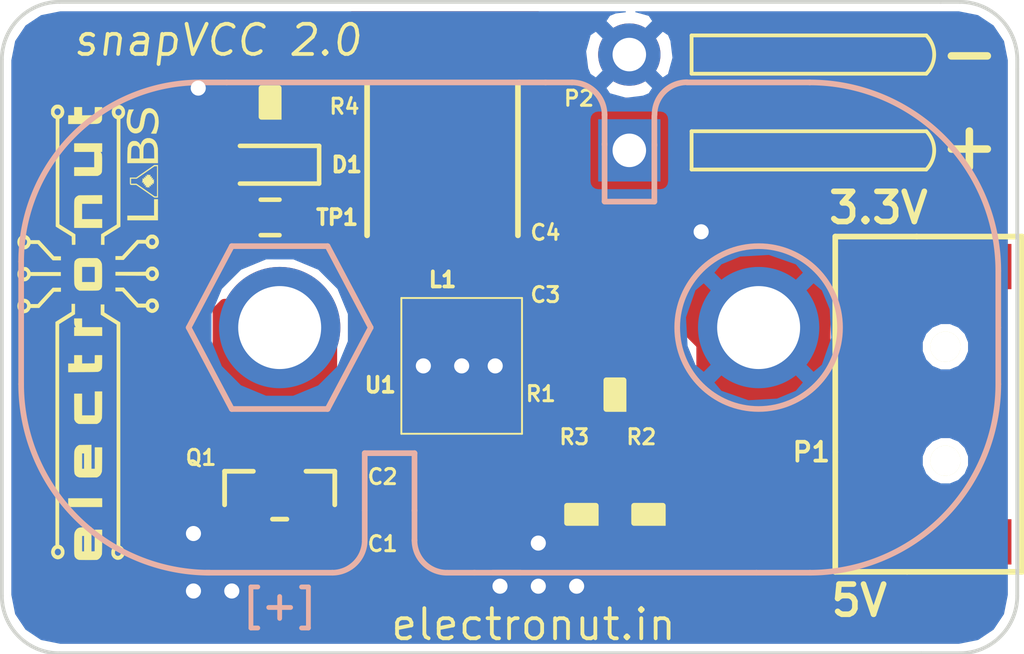
<source format=kicad_pcb>
(kicad_pcb (version 4) (host pcbnew 4.0.6)

  (general
    (links 28)
    (no_connects 2)
    (area 134.569999 96.469999 161.594001 113.842001)
    (thickness 0.8)
    (drawings 25)
    (tracks 80)
    (zones 0)
    (modules 26)
    (nets 11)
  )

  (page A4)
  (layers
    (0 F.Cu signal)
    (31 B.Cu signal)
    (32 B.Adhes user)
    (33 F.Adhes user)
    (34 B.Paste user)
    (35 F.Paste user)
    (36 B.SilkS user)
    (37 F.SilkS user)
    (38 B.Mask user)
    (39 F.Mask user)
    (40 Dwgs.User user)
    (41 Cmts.User user)
    (42 Eco1.User user)
    (43 Eco2.User user)
    (44 Edge.Cuts user)
    (45 Margin user)
    (46 B.CrtYd user)
    (47 F.CrtYd user)
    (48 B.Fab user)
    (49 F.Fab user)
  )

  (setup
    (last_trace_width 0.4)
    (trace_clearance 0.2)
    (zone_clearance 0.2)
    (zone_45_only no)
    (trace_min 0.2)
    (segment_width 0.2)
    (edge_width 0.1)
    (via_size 0.6)
    (via_drill 0.4)
    (via_min_size 0.4)
    (via_min_drill 0.3)
    (uvia_size 0.3)
    (uvia_drill 0.1)
    (uvias_allowed no)
    (uvia_min_size 0.2)
    (uvia_min_drill 0.1)
    (pcb_text_width 0.3)
    (pcb_text_size 1.5 1.5)
    (mod_edge_width 0.15)
    (mod_text_size 1 1)
    (mod_text_width 0.15)
    (pad_size 0.6 0.5)
    (pad_drill 0)
    (pad_to_mask_clearance 0)
    (aux_axis_origin 0 0)
    (visible_elements 7FFEFFFF)
    (pcbplotparams
      (layerselection 0x010fc_80000001)
      (usegerberextensions true)
      (excludeedgelayer true)
      (linewidth 0.100000)
      (plotframeref false)
      (viasonmask false)
      (mode 1)
      (useauxorigin false)
      (hpglpennumber 1)
      (hpglpenspeed 20)
      (hpglpendiameter 15)
      (hpglpenoverlay 2)
      (psnegative false)
      (psa4output false)
      (plotreference true)
      (plotvalue true)
      (plotinvisibletext false)
      (padsonsilk false)
      (subtractmaskfromsilk true)
      (outputformat 1)
      (mirror false)
      (drillshape 0)
      (scaleselection 1)
      (outputdirectory gerbers/))
  )

  (net 0 "")
  (net 1 "Net-(BT1-Pad1)")
  (net 2 GND)
  (net 3 "Net-(C1-Pad1)")
  (net 4 "Net-(C3-Pad1)")
  (net 5 "Net-(L1-Pad1)")
  (net 6 "Net-(P1-Pad3)")
  (net 7 "Net-(P1-Pad1)")
  (net 8 "Net-(P1-Pad2)")
  (net 9 "Net-(D1-Pad1)")
  (net 10 "Net-(U1-Pad1)")

  (net_class Default "This is the default net class."
    (clearance 0.2)
    (trace_width 0.4)
    (via_dia 0.6)
    (via_drill 0.4)
    (uvia_dia 0.3)
    (uvia_drill 0.1)
    (add_net GND)
    (add_net "Net-(BT1-Pad1)")
    (add_net "Net-(C1-Pad1)")
    (add_net "Net-(C3-Pad1)")
    (add_net "Net-(D1-Pad1)")
    (add_net "Net-(L1-Pad1)")
    (add_net "Net-(P1-Pad1)")
    (add_net "Net-(P1-Pad2)")
    (add_net "Net-(P1-Pad3)")
    (add_net "Net-(U1-Pad1)")
  )

  (net_class Thick ""
    (clearance 0.2)
    (trace_width 1)
    (via_dia 0.6)
    (via_drill 0.4)
    (uvia_dia 0.3)
    (uvia_drill 0.1)
  )

  (module snapVCC_lib:SOT-23-5 (layer F.Cu) (tedit 597ABE1B) (tstamp 565D0ABA)
    (at 146.812 106.172 270)
    (descr "5-pin SOT23 package")
    (tags SOT-23-5)
    (path /5601357D)
    (attr smd)
    (fp_text reference U1 (at 0.508 2.159 360) (layer F.SilkS)
      (effects (font (size 0.4 0.4) (thickness 0.1)))
    )
    (fp_text value TPS560200 (at -0.05 2.35 270) (layer F.Fab) hide
      (effects (font (size 1 1) (thickness 0.15)))
    )
    (fp_line (start -1.8 -1.6) (end 1.8 -1.6) (layer F.SilkS) (width 0.05))
    (fp_line (start 1.8 -1.6) (end 1.8 1.6) (layer F.SilkS) (width 0.05))
    (fp_line (start 1.8 1.6) (end -1.8 1.6) (layer F.SilkS) (width 0.05))
    (fp_line (start -1.8 1.6) (end -1.8 -1.6) (layer F.SilkS) (width 0.05))
    (pad 1 smd rect (at -1.1 -0.95 270) (size 1.06 0.65) (layers F.Cu F.Paste F.Mask)
      (net 10 "Net-(U1-Pad1)"))
    (pad 2 smd rect (at -1.1 0 270) (size 1.06 0.65) (layers F.Cu F.Paste F.Mask)
      (net 2 GND))
    (pad 3 smd rect (at -1.1 0.95 270) (size 1.06 0.65) (layers F.Cu F.Paste F.Mask)
      (net 5 "Net-(L1-Pad1)"))
    (pad 4 smd rect (at 1.1 0.95 270) (size 1.06 0.65) (layers F.Cu F.Paste F.Mask)
      (net 3 "Net-(C1-Pad1)"))
    (pad 5 smd rect (at 1.1 -0.95 270) (size 1.06 0.65) (layers F.Cu F.Paste F.Mask)
      (net 7 "Net-(P1-Pad1)"))
    (model Housings_SOT-23_SOT-143_TSOT-6.3dshapes/SOT-23-5.wrl
      (at (xyz 0 0 0))
      (scale (xyz 0.11 0.11 0.11))
      (rotate (xyz 0 0 90))
    )
  )

  (module snapVCC_lib:KEY967_modified (layer B.Cu) (tedit 597AD6B5) (tstamp 597ADDB3)
    (at 148.336 105.156)
    (path /56012F4C)
    (fp_text reference BT1 (at 0.0489 -0.0464) (layer B.SilkS) hide
      (effects (font (size 0.4 0.4) (thickness 0.08)) (justify mirror))
    )
    (fp_text value "Battery Holder" (at -0.0011 0.7536) (layer B.SilkS) hide
      (effects (font (size 0.4 0.4) (thickness 0.08)) (justify mirror))
    )
    (fp_line (start -8.46 -6.5) (end -7.76 -6.5) (layer B.SilkS) (width 0.15))
    (fp_line (start 1.4 -6.5) (end 0.7 -6.5) (layer B.SilkS) (width 0.15))
    (fp_line (start 7.72 6.5) (end 6.29 6.5) (layer B.SilkS) (width 0.15))
    (fp_line (start -1.91 6.5) (end -1.17 6.5) (layer B.SilkS) (width 0.15))
    (fp_line (start 7.705 -6.5) (end 4.455 -6.5) (layer B.SilkS) (width 0.15))
    (fp_line (start 0 -6.5) (end 0.7 -6.5) (layer B.SilkS) (width 0.15))
    (fp_arc (start 4.45 -5.645) (end 3.59 -5.645) (angle 90) (layer B.SilkS) (width 0.15))
    (fp_arc (start 1.405 -5.64) (end 1.405 -6.5) (angle 90) (layer B.SilkS) (width 0.15))
    (fp_line (start 3.585 -4.86) (end 3.585 -3.34) (layer B.SilkS) (width 0.15))
    (fp_line (start 2.265 -4.87) (end 2.265 -3.35) (layer B.SilkS) (width 0.15))
    (fp_line (start 2.265 -3.34) (end 3.585 -3.34) (layer B.SilkS) (width 0.15))
    (fp_line (start -4.095 4.85) (end -4.095 5.64) (layer B.SilkS) (width 0.15))
    (fp_line (start 3.585 -5.61) (end 3.585 -4.82) (layer B.SilkS) (width 0.15))
    (fp_line (start -4.945 6.5) (end -8.295 6.5) (layer B.SilkS) (width 0.15))
    (fp_line (start -1.2 6.5) (end 0.04 6.5) (layer B.SilkS) (width 0.15))
    (fp_arc (start -1.915 5.64) (end -1.915 6.5) (angle 90) (layer B.SilkS) (width 0.15))
    (fp_line (start -2.775 4.85) (end -2.775 5.64) (layer B.SilkS) (width 0.15))
    (fp_line (start -2.775 3.33) (end -2.775 4.85) (layer B.SilkS) (width 0.15))
    (fp_line (start -4.095 3.33) (end -4.095 4.85) (layer B.SilkS) (width 0.15))
    (fp_line (start 2.265 -5.64) (end 2.265 -4.85) (layer B.SilkS) (width 0.15))
    (fp_arc (start -4.955 5.64) (end -4.955 6.5) (angle -90) (layer B.SilkS) (width 0.15))
    (fp_line (start -4.095 3.33) (end -2.775 3.33) (layer B.SilkS) (width 0.15))
    (fp_line (start -5.08 2.159) (end -3.937 0) (layer B.SilkS) (width 0.15))
    (fp_line (start -3.937 0) (end -5.08 -2.159) (layer B.SilkS) (width 0.15))
    (fp_line (start -7.62 2.159) (end -5.08 2.159) (layer B.SilkS) (width 0.15))
    (fp_line (start -7.62 -2.159) (end -5.08 -2.159) (layer B.SilkS) (width 0.15))
    (fp_line (start -7.62 2.159) (end -8.763 0) (layer B.SilkS) (width 0.15))
    (fp_line (start -8.763 0) (end -7.62 -2.159) (layer B.SilkS) (width 0.15))
    (fp_circle (center 6.35 0) (end 4.191 0) (layer B.SilkS) (width 0.15))
    (fp_arc (start 7.705 -1.5) (end 12.705 -1.5) (angle -90) (layer B.SilkS) (width 0.15))
    (fp_arc (start 7.705 1.5) (end 7.705 6.5) (angle -90) (layer B.SilkS) (width 0.15))
    (fp_line (start 12.705 0) (end 12.705 1.5) (layer B.SilkS) (width 0.15))
    (fp_line (start 12.705 0) (end 12.705 -1.5) (layer B.SilkS) (width 0.15))
    (fp_line (start -0.705 6.5) (end 6.295 6.5) (layer B.SilkS) (width 0.15))
    (fp_line (start -7.75 -6.5) (end 0 -6.5) (layer B.SilkS) (width 0.15))
    (fp_arc (start -8.455 -1.75) (end -8.455 -6.5) (angle -90) (layer B.SilkS) (width 0.15))
    (fp_line (start -13.205 1.5) (end -13.205 -1.75) (layer B.SilkS) (width 0.15))
    (fp_arc (start -8.205 1.5) (end -13.205 1.5) (angle -90) (layer B.SilkS) (width 0.15))
    (fp_text user [+] (at -6.35 7.366) (layer B.SilkS)
      (effects (font (size 0.762 0.762) (thickness 0.127)) (justify mirror))
    )
    (pad 1 thru_hole circle (at -6.35 0) (size 3.216 3.216) (drill 2.2) (layers *.Cu *.Mask)
      (net 1 "Net-(BT1-Pad1)"))
    (pad 2 thru_hole circle (at 6.35 0) (size 3.216 3.216) (drill 2.2) (layers *.Cu *.Mask)
      (net 2 GND))
  )

  (module snapVCC_lib:electronutLabs-logo (layer F.Cu) (tedit 0) (tstamp 597821A4)
    (at 136.906 105.283 90)
    (fp_text reference G*** (at 0 0 90) (layer F.SilkS) hide
      (effects (font (thickness 0.3)))
    )
    (fp_text value LOGO (at 0.75 0 90) (layer F.SilkS) hide
      (effects (font (thickness 0.3)))
    )
    (fp_poly (pts (xy 1.18364 0.942248) (xy 0.75692 1.334508) (xy 0.75692 1.531335) (xy 0.782024 1.539746)
      (xy 0.805551 1.551062) (xy 0.830227 1.56861) (xy 0.853066 1.589866) (xy 0.871088 1.612304)
      (xy 0.874733 1.618222) (xy 0.89054 1.655217) (xy 0.896918 1.692881) (xy 0.894397 1.729994)
      (xy 0.88351 1.765332) (xy 0.864785 1.797674) (xy 0.838755 1.825799) (xy 0.805951 1.848485)
      (xy 0.767814 1.864242) (xy 0.735379 1.870979) (xy 0.701143 1.873197) (xy 0.669756 1.870671)
      (xy 0.66294 1.869282) (xy 0.624245 1.85565) (xy 0.59012 1.834755) (xy 0.561563 1.807906)
      (xy 0.539573 1.776412) (xy 0.52515 1.741582) (xy 0.519834 1.70814) (xy 0.615296 1.70814)
      (xy 0.621835 1.732424) (xy 0.635914 1.754594) (xy 0.657433 1.773055) (xy 0.676377 1.782718)
      (xy 0.696367 1.786593) (xy 0.720474 1.78533) (xy 0.74463 1.77947) (xy 0.762093 1.771322)
      (xy 0.782859 1.753265) (xy 0.795929 1.731135) (xy 0.801509 1.706758) (xy 0.799803 1.681965)
      (xy 0.791016 1.658584) (xy 0.775353 1.638444) (xy 0.753018 1.623373) (xy 0.745159 1.620154)
      (xy 0.726605 1.616247) (xy 0.704308 1.615286) (xy 0.682769 1.617175) (xy 0.666497 1.621817)
      (xy 0.641897 1.638582) (xy 0.625229 1.659622) (xy 0.616395 1.68334) (xy 0.615296 1.70814)
      (xy 0.519834 1.70814) (xy 0.519291 1.704726) (xy 0.520286 1.682324) (xy 0.52867 1.648691)
      (xy 0.544522 1.616352) (xy 0.566355 1.587035) (xy 0.59268 1.562469) (xy 0.62201 1.544383)
      (xy 0.64643 1.535789) (xy 0.6604 1.532545) (xy 0.6604 1.300141) (xy 0.876198 1.101759)
      (xy 1.091997 0.903377) (xy 1.092098 0.815915) (xy 1.0922 0.728452) (xy 1.18364 0.728452)
      (xy 1.18364 0.942248)) (layer F.SilkS) (width 0.01))
    (fp_poly (pts (xy 1.6002 1.128773) (xy 1.600209 1.20011) (xy 1.600245 1.262469) (xy 1.600323 1.316455)
      (xy 1.600455 1.362676) (xy 1.600654 1.401737) (xy 1.600934 1.434246) (xy 1.601308 1.460807)
      (xy 1.60179 1.482028) (xy 1.602393 1.498515) (xy 1.603131 1.510875) (xy 1.604016 1.519713)
      (xy 1.605062 1.525636) (xy 1.606283 1.52925) (xy 1.607692 1.531162) (xy 1.60909 1.531916)
      (xy 1.650382 1.549633) (xy 1.684936 1.574244) (xy 1.712222 1.605326) (xy 1.723203 1.623594)
      (xy 1.731419 1.64028) (xy 1.7364 1.654018) (xy 1.738937 1.668388) (xy 1.739826 1.686968)
      (xy 1.7399 1.698924) (xy 1.739537 1.720947) (xy 1.73792 1.736973) (xy 1.734257 1.750577)
      (xy 1.727756 1.765338) (xy 1.723234 1.774194) (xy 1.701022 1.807133) (xy 1.672309 1.834536)
      (xy 1.638936 1.854773) (xy 1.626624 1.859816) (xy 1.597343 1.867504) (xy 1.564442 1.871581)
      (xy 1.532073 1.871786) (xy 1.504387 1.867857) (xy 1.503321 1.86758) (xy 1.46691 1.853401)
      (xy 1.433037 1.8318) (xy 1.404088 1.80468) (xy 1.382448 1.773944) (xy 1.380037 1.769257)
      (xy 1.374599 1.756212) (xy 1.371261 1.742268) (xy 1.369581 1.724584) (xy 1.369173 1.703219)
      (xy 1.459757 1.703219) (xy 1.46544 1.728365) (xy 1.479202 1.751181) (xy 1.500487 1.769983)
      (xy 1.51638 1.778527) (xy 1.537888 1.78571) (xy 1.558277 1.786834) (xy 1.580992 1.782581)
      (xy 1.607886 1.771133) (xy 1.628367 1.753627) (xy 1.641955 1.731782) (xy 1.648171 1.707322)
      (xy 1.646537 1.681968) (xy 1.636572 1.65744) (xy 1.621117 1.638455) (xy 1.596744 1.621592)
      (xy 1.569591 1.61306) (xy 1.541546 1.612675) (xy 1.514496 1.620254) (xy 1.490329 1.635612)
      (xy 1.474846 1.652663) (xy 1.462707 1.677424) (xy 1.459757 1.703219) (xy 1.369173 1.703219)
      (xy 1.369117 1.700319) (xy 1.369118 1.698924) (xy 1.369509 1.675161) (xy 1.370948 1.658064)
      (xy 1.37394 1.644726) (xy 1.378988 1.632243) (xy 1.381594 1.627037) (xy 1.397917 1.60236)
      (xy 1.419927 1.578492) (xy 1.444903 1.55789) (xy 1.47012 1.543015) (xy 1.478335 1.539674)
      (xy 1.50622 1.529861) (xy 1.507519 1.129157) (xy 1.508818 0.728452) (xy 1.6002 0.728452)
      (xy 1.6002 1.128773)) (layer F.SilkS) (width 0.01))
    (fp_poly (pts (xy 2.01676 0.899943) (xy 2.44856 1.300073) (xy 2.44856 1.527889) (xy 2.481329 1.542355)
      (xy 2.517065 1.562828) (xy 2.547565 1.589707) (xy 2.570725 1.621051) (xy 2.574695 1.628492)
      (xy 2.581595 1.643894) (xy 2.585709 1.658139) (xy 2.587706 1.674719) (xy 2.588258 1.697122)
      (xy 2.58826 1.699025) (xy 2.587891 1.721056) (xy 2.586258 1.737091) (xy 2.582573 1.750709)
      (xy 2.576046 1.765487) (xy 2.57175 1.773895) (xy 2.548136 1.809158) (xy 2.518236 1.837005)
      (xy 2.482645 1.857074) (xy 2.441959 1.869001) (xy 2.41046 1.872323) (xy 2.384125 1.872172)
      (xy 2.361413 1.870011) (xy 2.3495 1.867408) (xy 2.307184 1.849648) (xy 2.271883 1.825151)
      (xy 2.243934 1.794186) (xy 2.231158 1.773239) (xy 2.224641 1.759615) (xy 2.220564 1.747181)
      (xy 2.218375 1.732948) (xy 2.217521 1.713928) (xy 2.21742 1.698924) (xy 2.217514 1.692646)
      (xy 2.307568 1.692646) (xy 2.309294 1.719149) (xy 2.320917 1.744058) (xy 2.335213 1.760528)
      (xy 2.360112 1.777866) (xy 2.387951 1.786387) (xy 2.417305 1.785816) (xy 2.437223 1.780167)
      (xy 2.4644 1.765124) (xy 2.483113 1.744859) (xy 2.493202 1.719588) (xy 2.495056 1.701511)
      (xy 2.490954 1.673013) (xy 2.478862 1.649003) (xy 2.459851 1.630669) (xy 2.434991 1.6192)
      (xy 2.418151 1.616146) (xy 2.383853 1.616422) (xy 2.355802 1.624162) (xy 2.333667 1.639525)
      (xy 2.317114 1.662669) (xy 2.315868 1.665179) (xy 2.307568 1.692646) (xy 2.217514 1.692646)
      (xy 2.217775 1.675216) (xy 2.219177 1.658177) (xy 2.222128 1.644907) (xy 2.227129 1.632504)
      (xy 2.229868 1.627037) (xy 2.250838 1.596529) (xy 2.27952 1.569117) (xy 2.313545 1.546705)
      (xy 2.34823 1.531916) (xy 2.351275 1.5302) (xy 2.353538 1.526419) (xy 2.355134 1.519313)
      (xy 2.356176 1.507622) (xy 2.356778 1.490085) (xy 2.357055 1.465443) (xy 2.35712 1.433656)
      (xy 2.35712 1.33822) (xy 2.141455 1.139968) (xy 1.925791 0.941717) (xy 1.925555 0.835084)
      (xy 1.92532 0.728452) (xy 2.01676 0.728452) (xy 2.01676 0.899943)) (layer F.SilkS) (width 0.01))
    (fp_poly (pts (xy 5.669815 1.029842) (xy 5.721219 1.035374) (xy 5.766273 1.042447) (xy 5.808752 1.05178)
      (xy 5.852427 1.064092) (xy 5.857029 1.065522) (xy 5.9055 1.080698) (xy 5.906917 1.144198)
      (xy 5.90729 1.167608) (xy 5.907317 1.187127) (xy 5.907016 1.200994) (xy 5.906408 1.207447)
      (xy 5.906226 1.207698) (xy 5.90128 1.205233) (xy 5.890223 1.198741) (xy 5.875352 1.189575)
      (xy 5.873859 1.188636) (xy 5.819464 1.159922) (xy 5.759128 1.138263) (xy 5.694221 1.124061)
      (xy 5.632602 1.117969) (xy 5.581241 1.117701) (xy 5.537536 1.122044) (xy 5.500051 1.13133)
      (xy 5.46735 1.145893) (xy 5.443004 1.162079) (xy 5.421371 1.184497) (xy 5.407006 1.211445)
      (xy 5.400068 1.240937) (xy 5.400718 1.270987) (xy 5.409116 1.299609) (xy 5.425423 1.324817)
      (xy 5.429519 1.329146) (xy 5.440787 1.33909) (xy 5.453808 1.347716) (xy 5.469786 1.355399)
      (xy 5.489927 1.362514) (xy 5.515433 1.369437) (xy 5.54751 1.376542) (xy 5.587363 1.384203)
      (xy 5.63118 1.391938) (xy 5.686289 1.401977) (xy 5.732547 1.411798) (xy 5.771238 1.421853)
      (xy 5.803644 1.432594) (xy 5.831049 1.444473) (xy 5.854737 1.457943) (xy 5.875992 1.473457)
      (xy 5.885477 1.481557) (xy 5.907031 1.504308) (xy 5.922642 1.529689) (xy 5.933581 1.560165)
      (xy 5.939131 1.585817) (xy 5.941963 1.629745) (xy 5.935263 1.672044) (xy 5.91961 1.712009)
      (xy 5.895587 1.748937) (xy 5.863772 1.782121) (xy 5.824746 1.810859) (xy 5.779091 1.834446)
      (xy 5.727385 1.852178) (xy 5.717599 1.854664) (xy 5.688124 1.860028) (xy 5.651681 1.863981)
      (xy 5.611376 1.866381) (xy 5.570312 1.867086) (xy 5.531593 1.865956) (xy 5.50926 1.86418)
      (xy 5.451624 1.855675) (xy 5.391094 1.842398) (xy 5.332764 1.8255) (xy 5.32257 1.822051)
      (xy 5.27304 1.804867) (xy 5.27304 1.738317) (xy 5.273296 1.714476) (xy 5.274001 1.69465)
      (xy 5.275056 1.680505) (xy 5.276363 1.673708) (xy 5.27685 1.673369) (xy 5.282547 1.676578)
      (xy 5.294546 1.683797) (xy 5.31069 1.693723) (xy 5.318486 1.698571) (xy 5.37962 1.73104)
      (xy 5.445208 1.75523) (xy 5.513908 1.770732) (xy 5.575698 1.776855) (xy 5.631817 1.776352)
      (xy 5.681487 1.770183) (xy 5.724304 1.75858) (xy 5.759864 1.741777) (xy 5.787762 1.720005)
      (xy 5.807595 1.693497) (xy 5.818957 1.662485) (xy 5.82168 1.635527) (xy 5.818372 1.602559)
      (xy 5.807995 1.575938) (xy 5.789871 1.554557) (xy 5.763319 1.537312) (xy 5.760503 1.535929)
      (xy 5.744389 1.528858) (xy 5.726595 1.522568) (xy 5.705538 1.516674) (xy 5.679634 1.51079)
      (xy 5.6473 1.504531) (xy 5.606951 1.497512) (xy 5.59308 1.495206) (xy 5.549989 1.487917)
      (xy 5.515205 1.481536) (xy 5.486974 1.47563) (xy 5.463544 1.469764) (xy 5.44316 1.463507)
      (xy 5.424069 1.456423) (xy 5.407114 1.449237) (xy 5.365227 1.426226) (xy 5.331801 1.397955)
      (xy 5.306639 1.364182) (xy 5.289546 1.324664) (xy 5.28256 1.295141) (xy 5.279835 1.250803)
      (xy 5.28667 1.208085) (xy 5.302654 1.16814) (xy 5.327374 1.132123) (xy 5.348427 1.110931)
      (xy 5.39183 1.079519) (xy 5.441644 1.055367) (xy 5.497552 1.038557) (xy 5.559236 1.029168)
      (xy 5.626377 1.027281) (xy 5.669815 1.029842)) (layer F.SilkS) (width 0.01))
    (fp_poly (pts (xy 3.09372 1.754037) (xy 3.52552 1.754037) (xy 3.52552 1.849886) (xy 2.97688 1.849886)
      (xy 2.97688 1.044754) (xy 3.09372 1.044754) (xy 3.09372 1.754037)) (layer F.SilkS) (width 0.01))
    (fp_poly (pts (xy 4.01574 1.111849) (xy 4.09956 1.111849) (xy 4.0997 1.194518) (xy 4.099841 1.277188)
      (xy 4.267304 1.516811) (xy 4.434766 1.756434) (xy 4.43484 1.849886) (xy 3.57632 1.849886)
      (xy 3.57632 1.763706) (xy 3.60172 1.763706) (xy 3.60172 1.830717) (xy 4.40944 1.830717)
      (xy 4.40944 1.760915) (xy 4.24434 1.524) (xy 4.07924 1.287084) (xy 4.07924 1.135811)
      (xy 3.937 1.135811) (xy 3.937 1.282846) (xy 3.60172 1.763706) (xy 3.57632 1.763706)
      (xy 3.57632 1.759849) (xy 3.9116 1.278999) (xy 3.9116 1.205009) (xy 3.911538 1.173682)
      (xy 3.912213 1.150281) (xy 3.914911 1.133653) (xy 3.920918 1.122648) (xy 3.931523 1.116115)
      (xy 3.948011 1.112902) (xy 3.97167 1.111858) (xy 4.003788 1.11183) (xy 4.01574 1.111849)) (layer F.SilkS) (width 0.01))
    (fp_poly (pts (xy 4.64185 1.04483) (xy 4.705022 1.045084) (xy 4.759092 1.045849) (xy 4.805104 1.047236)
      (xy 4.844108 1.049356) (xy 4.877149 1.052318) (xy 4.905276 1.056233) (xy 4.929536 1.061212)
      (xy 4.950976 1.067363) (xy 4.970643 1.074797) (xy 4.983922 1.080828) (xy 5.015 1.099451)
      (xy 5.038628 1.122483) (xy 5.055577 1.148938) (xy 5.063712 1.165459) (xy 5.068643 1.179077)
      (xy 5.071149 1.193339) (xy 5.072005 1.211794) (xy 5.072058 1.224149) (xy 5.071501 1.247496)
      (xy 5.069513 1.264747) (xy 5.065447 1.279361) (xy 5.05896 1.294181) (xy 5.039671 1.325745)
      (xy 5.014519 1.352133) (xy 4.985452 1.373183) (xy 4.971524 1.382248) (xy 4.962021 1.389098)
      (xy 4.959004 1.392245) (xy 4.964276 1.394395) (xy 4.976569 1.398616) (xy 4.993249 1.404003)
      (xy 4.99364 1.404126) (xy 5.039075 1.422978) (xy 5.077322 1.448302) (xy 5.107928 1.479399)
      (xy 5.130435 1.515571) (xy 5.14439 1.55612) (xy 5.149337 1.600348) (xy 5.146411 1.638503)
      (xy 5.134522 1.683991) (xy 5.114144 1.724492) (xy 5.085636 1.759732) (xy 5.049357 1.789434)
      (xy 5.005666 1.813323) (xy 4.954922 1.831124) (xy 4.897483 1.84256) (xy 4.877531 1.844851)
      (xy 4.859234 1.846101) (xy 4.832516 1.847237) (xy 4.799114 1.848221) (xy 4.760768 1.849012)
      (xy 4.719215 1.849571) (xy 4.676194 1.849857) (xy 4.657821 1.849886) (xy 4.49072 1.849886)
      (xy 4.49072 1.75883) (xy 4.60756 1.75883) (xy 4.72821 1.758663) (xy 4.77888 1.758232)
      (xy 4.821779 1.757109) (xy 4.85619 1.755325) (xy 4.881398 1.752909) (xy 4.887215 1.75204)
      (xy 4.931407 1.741083) (xy 4.967448 1.724494) (xy 4.995281 1.702327) (xy 5.014852 1.674638)
      (xy 5.026105 1.641482) (xy 5.029088 1.609935) (xy 5.026158 1.571293) (xy 5.016721 1.539565)
      (xy 5.0002 1.513883) (xy 4.976017 1.493378) (xy 4.943594 1.47718) (xy 4.939887 1.475767)
      (xy 4.930808 1.472552) (xy 4.921924 1.469997) (xy 4.911929 1.468007) (xy 4.899518 1.466488)
      (xy 4.883389 1.465347) (xy 4.862234 1.464489) (xy 4.834751 1.46382) (xy 4.799634 1.463247)
      (xy 4.75869 1.462713) (xy 4.60756 1.460846) (xy 4.60756 1.75883) (xy 4.49072 1.75883)
      (xy 4.49072 1.371512) (xy 4.60756 1.371512) (xy 4.73075 1.369878) (xy 4.85394 1.368245)
      (xy 4.883046 1.354761) (xy 4.912374 1.337495) (xy 4.933273 1.316267) (xy 4.946405 1.29001)
      (xy 4.95243 1.257656) (xy 4.953 1.241733) (xy 4.950348 1.212489) (xy 4.941838 1.189436)
      (xy 4.926632 1.170433) (xy 4.924343 1.168346) (xy 4.914094 1.159996) (xy 4.903422 1.153357)
      (xy 4.891022 1.148212) (xy 4.875588 1.144343) (xy 4.855812 1.141531) (xy 4.83039 1.139559)
      (xy 4.798014 1.13821) (xy 4.757379 1.137265) (xy 4.73583 1.13691) (xy 4.60756 1.134965)
      (xy 4.60756 1.371512) (xy 4.49072 1.371512) (xy 4.49072 1.044754) (xy 4.64185 1.04483)) (layer F.SilkS) (width 0.01))
    (fp_poly (pts (xy 2.598048 0.347452) (xy 2.728485 0.555924) (xy 2.858923 0.764396) (xy 5.655172 0.764396)
      (xy 5.665022 0.739485) (xy 5.681376 0.710338) (xy 5.705598 0.683386) (xy 5.735393 0.660922)
      (xy 5.753046 0.65144) (xy 5.794524 0.637087) (xy 5.836386 0.631709) (xy 5.877367 0.63489)
      (xy 5.916202 0.646216) (xy 5.951628 0.665271) (xy 5.98238 0.691641) (xy 6.007193 0.724911)
      (xy 6.013695 0.736992) (xy 6.02088 0.753387) (xy 6.025036 0.768776) (xy 6.026924 0.786972)
      (xy 6.02731 0.805232) (xy 6.026928 0.826855) (xy 6.025062 0.842771) (xy 6.020838 0.856837)
      (xy 6.013384 0.872915) (xy 6.01091 0.877707) (xy 5.987149 0.912661) (xy 5.955948 0.94131)
      (xy 5.919089 0.962439) (xy 5.892339 0.970804) (xy 5.860302 0.97572) (xy 5.827023 0.976934)
      (xy 5.796544 0.974197) (xy 5.782493 0.970932) (xy 5.742683 0.954) (xy 5.708548 0.929653)
      (xy 5.681251 0.898853) (xy 5.66772 0.87582) (xy 5.656639 0.853056) (xy 2.805604 0.853056)
      (xy 2.778975 0.810389) (xy 5.746074 0.810389) (xy 5.75184 0.835658) (xy 5.755099 0.842464)
      (xy 5.772311 0.866215) (xy 5.794139 0.881682) (xy 5.821363 0.889276) (xy 5.845621 0.890059)
      (xy 5.865691 0.888238) (xy 5.880094 0.884145) (xy 5.893278 0.876379) (xy 5.896421 0.874066)
      (xy 5.917659 0.852702) (xy 5.930161 0.828266) (xy 5.933869 0.80238) (xy 5.928724 0.776667)
      (xy 5.914666 0.75275) (xy 5.901285 0.739397) (xy 5.878702 0.72568) (xy 5.852354 0.719531)
      (xy 5.823935 0.720082) (xy 5.79753 0.727305) (xy 5.775524 0.741758) (xy 5.758934 0.761629)
      (xy 5.748778 0.78511) (xy 5.746074 0.810389) (xy 2.778975 0.810389) (xy 2.674072 0.642311)
      (xy 2.54254 0.431567) (xy 2.43459 0.431444) (xy 2.32664 0.43132) (xy 2.32664 0.3449)
      (xy 2.598048 0.347452)) (layer F.SilkS) (width 0.01))
    (fp_poly (pts (xy 0.7366 0.426528) (xy 0.525667 0.426528) (xy 0.3937 0.637396) (xy 0.261732 0.848264)
      (xy -5.658949 0.848264) (xy -5.671206 0.871028) (xy -5.693503 0.902249) (xy -5.723398 0.928614)
      (xy -5.75908 0.948882) (xy -5.798739 0.961815) (xy -5.805864 0.963216) (xy -5.824066 0.966211)
      (xy -5.837583 0.967332) (xy -5.850623 0.966475) (xy -5.867392 0.963536) (xy -5.87756 0.961447)
      (xy -5.910185 0.952505) (xy -5.937538 0.939576) (xy -5.963457 0.920652) (xy -5.974524 0.910728)
      (xy -5.999555 0.882635) (xy -6.015953 0.852533) (xy -6.024593 0.818387) (xy -6.026504 0.789868)
      (xy -6.026431 0.785883) (xy -5.932373 0.785883) (xy -5.930098 0.810853) (xy -5.920366 0.83443)
      (xy -5.903313 0.854787) (xy -5.882279 0.868624) (xy -5.86277 0.874503) (xy -5.83907 0.876773)
      (xy -5.815655 0.875358) (xy -5.797004 0.870182) (xy -5.796782 0.870075) (xy -5.781709 0.859998)
      (xy -5.766485 0.845566) (xy -5.754059 0.829967) (xy -5.747474 0.816765) (xy -5.746011 0.804643)
      (xy -5.746091 0.788232) (xy -5.746634 0.781112) (xy -5.753824 0.755321) (xy -5.768568 0.734145)
      (xy -5.789143 0.718291) (xy -5.813825 0.70847) (xy -5.840891 0.705388) (xy -5.868616 0.709755)
      (xy -5.893125 0.720897) (xy -5.914021 0.739078) (xy -5.927059 0.761349) (xy -5.932373 0.785883)
      (xy -6.026431 0.785883) (xy -6.026138 0.770069) (xy -6.024045 0.754859) (xy -6.019205 0.740247)
      (xy -6.010598 0.722242) (xy -6.007894 0.717042) (xy -5.98822 0.685927) (xy -5.964471 0.661524)
      (xy -5.934176 0.641531) (xy -5.918355 0.633639) (xy -5.903873 0.627467) (xy -5.890691 0.623606)
      (xy -5.875638 0.621531) (xy -5.855541 0.62072) (xy -5.83946 0.620622) (xy -5.814442 0.620946)
      (xy -5.796326 0.622265) (xy -5.781868 0.625098) (xy -5.767823 0.629965) (xy -5.759831 0.633372)
      (xy -5.739162 0.644299) (xy -5.718047 0.658201) (xy -5.707896 0.666214) (xy -5.694228 0.680409)
      (xy -5.68041 0.698547) (xy -5.668063 0.718015) (xy -5.658805 0.736199) (xy -5.654253 0.750486)
      (xy -5.65404 0.75318) (xy -5.653837 0.753801) (xy -5.653065 0.754393) (xy -5.65148 0.754955)
      (xy -5.648837 0.755489) (xy -5.644895 0.755995) (xy -5.639407 0.756474) (xy -5.632131 0.756927)
      (xy -5.622823 0.757355) (xy -5.611239 0.757758) (xy -5.597135 0.758137) (xy -5.580268 0.758492)
      (xy -5.560392 0.758826) (xy -5.537265 0.759137) (xy -5.510643 0.759428) (xy -5.480281 0.759698)
      (xy -5.445936 0.759948) (xy -5.407365 0.76018) (xy -5.364322 0.760394) (xy -5.316565 0.76059)
      (xy -5.263849 0.76077) (xy -5.205931 0.760933) (xy -5.142567 0.761082) (xy -5.073513 0.761216)
      (xy -4.998524 0.761336) (xy -4.917358 0.761444) (xy -4.829771 0.761539) (xy -4.735517 0.761623)
      (xy -4.634355 0.761696) (xy -4.526039 0.761759) (xy -4.410326 0.761812) (xy -4.286972 0.761858)
      (xy -4.155734 0.761895) (xy -4.016367 0.761925) (xy -3.868627 0.761949) (xy -3.712271 0.761967)
      (xy -3.547055 0.76198) (xy -3.372734 0.76199) (xy -3.189066 0.761995) (xy -2.995806 0.761998)
      (xy -2.79271 0.761999) (xy -2.723455 0.762) (xy 0.20713 0.762) (xy 0.338515 0.551263)
      (xy 0.4699 0.340527) (xy 0.60325 0.340395) (xy 0.7366 0.340264) (xy 0.7366 0.426528)) (layer F.SilkS) (width 0.01))
    (fp_poly (pts (xy -5.572804 -0.364132) (xy -5.519063 -0.363857) (xy -5.470671 -0.363416) (xy -5.428455 -0.362822)
      (xy -5.393243 -0.362089) (xy -5.365862 -0.36123) (xy -5.347141 -0.360259) (xy -5.338876 -0.359398)
      (xy -5.298945 -0.348196) (xy -5.261929 -0.330052) (xy -5.229794 -0.306294) (xy -5.204507 -0.278252)
      (xy -5.194381 -0.261773) (xy -5.188137 -0.247888) (xy -5.18309 -0.232029) (xy -5.179126 -0.213092)
      (xy -5.176131 -0.189974) (xy -5.173994 -0.161573) (xy -5.1726 -0.126785) (xy -5.171838 -0.084508)
      (xy -5.171597 -0.039538) (xy -5.17144 0.086264) (xy -5.811888 0.086264) (xy -5.810434 0.13299)
      (xy -5.80898 0.179717) (xy -5.23748 0.182193) (xy -5.23748 0.369018) (xy -5.54355 0.368493)
      (xy -5.599094 0.36833) (xy -5.652148 0.368042) (xy -5.701747 0.367643) (xy -5.746924 0.367148)
      (xy -5.786715 0.366571) (xy -5.820154 0.365925) (xy -5.846275 0.365224) (xy -5.864113 0.364482)
      (xy -5.87248 0.363757) (xy -5.908504 0.353196) (xy -5.943355 0.3358) (xy -5.97486 0.313167)
      (xy -6.000848 0.286892) (xy -6.019147 0.258573) (xy -6.020921 0.254654) (xy -6.023583 0.248276)
      (xy -6.025801 0.242059) (xy -6.027618 0.23511) (xy -6.029072 0.226534) (xy -6.030205 0.215439)
      (xy -6.031055 0.20093) (xy -6.031665 0.182113) (xy -6.032073 0.158097) (xy -6.032321 0.127985)
      (xy -6.032447 0.090886) (xy -6.032494 0.045905) (xy -6.0325 -0.002397) (xy -6.032468 -0.056266)
      (xy -6.03235 -0.101436) (xy -6.032117 -0.138793) (xy -6.031817 -0.162944) (xy -5.81152 -0.162944)
      (xy -5.81152 -0.100642) (xy -5.39496 -0.100642) (xy -5.39496 -0.162944) (xy -5.81152 -0.162944)
      (xy -6.031817 -0.162944) (xy -6.031738 -0.16922) (xy -6.031184 -0.193605) (xy -6.030426 -0.212832)
      (xy -6.029432 -0.227786) (xy -6.028173 -0.239354) (xy -6.026619 -0.24842) (xy -6.02474 -0.255869)
      (xy -6.023826 -0.258793) (xy -6.008445 -0.291629) (xy -5.986114 -0.319861) (xy -5.964555 -0.337454)
      (xy -5.955678 -0.343118) (xy -5.947178 -0.347922) (xy -5.93817 -0.351935) (xy -5.92777 -0.355229)
      (xy -5.915094 -0.357875) (xy -5.899259 -0.359944) (xy -5.87938 -0.361507) (xy -5.854575 -0.362635)
      (xy -5.823958 -0.363398) (xy -5.786646 -0.363868) (xy -5.741755 -0.364115) (xy -5.688401 -0.364211)
      (xy -5.631066 -0.364227) (xy -5.572804 -0.364132)) (layer F.SilkS) (width 0.01))
    (fp_poly (pts (xy -4.40436 0.369018) (xy -4.62788 0.369018) (xy -4.62788 -0.522378) (xy -4.40436 -0.522378)
      (xy -4.40436 0.369018)) (layer F.SilkS) (width 0.01))
    (fp_poly (pts (xy -3.383228 -0.364132) (xy -3.329502 -0.363857) (xy -3.281124 -0.363416) (xy -3.238921 -0.362821)
      (xy -3.20372 -0.362088) (xy -3.176352 -0.361229) (xy -3.157642 -0.360258) (xy -3.149396 -0.359398)
      (xy -3.108015 -0.347712) (xy -3.070136 -0.328687) (xy -3.037534 -0.303543) (xy -3.011985 -0.273498)
      (xy -3.003622 -0.259399) (xy -2.98958 -0.232434) (xy -2.988 -0.073085) (xy -2.986419 0.086264)
      (xy -3.62204 0.086264) (xy -3.62204 0.182113) (xy -3.05308 0.182113) (xy -3.05308 0.369018)
      (xy -3.35661 0.368493) (xy -3.411906 0.36833) (xy -3.464696 0.368044) (xy -3.514015 0.367649)
      (xy -3.558893 0.367158) (xy -3.598362 0.366587) (xy -3.631454 0.365948) (xy -3.657202 0.365255)
      (xy -3.674636 0.364523) (xy -3.68245 0.363835) (xy -3.709618 0.356222) (xy -3.739565 0.343749)
      (xy -3.767988 0.32843) (xy -3.788197 0.3143) (xy -3.804064 0.298003) (xy -3.819465 0.276592)
      (xy -3.826297 0.264694) (xy -3.84302 0.232659) (xy -3.844535 0.01449) (xy -3.844836 -0.050296)
      (xy -3.844773 -0.105552) (xy -3.844344 -0.151324) (xy -3.84409 -0.162944) (xy -3.62204 -0.162944)
      (xy -3.62204 -0.100642) (xy -3.20548 -0.100642) (xy -3.20548 -0.162944) (xy -3.62204 -0.162944)
      (xy -3.84409 -0.162944) (xy -3.843549 -0.187662) (xy -3.842387 -0.214612) (xy -3.840857 -0.232224)
      (xy -3.840332 -0.235664) (xy -3.82982 -0.27056) (xy -3.812048 -0.302057) (xy -3.788454 -0.327792)
      (xy -3.780566 -0.333955) (xy -3.771508 -0.340314) (xy -3.762888 -0.345715) (xy -3.753827 -0.350234)
      (xy -3.743447 -0.35395) (xy -3.73087 -0.356943) (xy -3.715216 -0.35929) (xy -3.695608 -0.361069)
      (xy -3.671167 -0.36236) (xy -3.641014 -0.36324) (xy -3.604271 -0.363789) (xy -3.560059 -0.364084)
      (xy -3.507499 -0.364204) (xy -3.445714 -0.364227) (xy -3.441472 -0.364227) (xy -3.383228 -0.364132)) (layer F.SilkS) (width 0.01))
    (fp_poly (pts (xy -1.63068 -0.162944) (xy -2.20472 -0.162944) (xy -2.20472 0.182113) (xy -1.56972 0.182113)
      (xy -1.56972 0.369018) (xy -1.90627 0.368493) (xy -1.96447 0.368341) (xy -2.020151 0.368078)
      (xy -2.072402 0.367716) (xy -2.120312 0.367266) (xy -2.162969 0.36674) (xy -2.199464 0.36615)
      (xy -2.228884 0.365508) (xy -2.25032 0.364826) (xy -2.262859 0.364115) (xy -2.26513 0.363835)
      (xy -2.292298 0.356222) (xy -2.322245 0.343749) (xy -2.350668 0.32843) (xy -2.370877 0.3143)
      (xy -2.386771 0.297971) (xy -2.402186 0.276518) (xy -2.408977 0.26468) (xy -2.4257 0.23263)
      (xy -2.4257 -0.242019) (xy -2.413657 -0.270203) (xy -2.394703 -0.303394) (xy -2.369009 -0.32955)
      (xy -2.337616 -0.348509) (xy -2.30886 -0.361831) (xy -1.96977 -0.363159) (xy -1.63068 -0.364488)
      (xy -1.63068 -0.162944)) (layer F.SilkS) (width 0.01))
    (fp_poly (pts (xy -0.82804 -0.364227) (xy -0.6096 -0.364227) (xy -0.6096 -0.162944) (xy -0.828169 -0.162944)
      (xy -0.826835 0.008386) (xy -0.8255 0.179717) (xy -0.6096 0.182303) (xy -0.6096 0.369018)
      (xy -0.76581 0.368528) (xy -0.805376 0.368294) (xy -0.842256 0.367866) (xy -0.875059 0.367278)
      (xy -0.902394 0.366562) (xy -0.92287 0.365749) (xy -0.935095 0.364873) (xy -0.93726 0.364537)
      (xy -0.967043 0.35403) (xy -0.994174 0.337676) (xy -1.015775 0.317454) (xy -1.024865 0.30432)
      (xy -1.029008 0.296751) (xy -1.032633 0.289552) (xy -1.035777 0.282056) (xy -1.038479 0.273595)
      (xy -1.040777 0.263503) (xy -1.042709 0.251114) (xy -1.044313 0.235759) (xy -1.045627 0.216773)
      (xy -1.04669 0.193487) (xy -1.047538 0.165235) (xy -1.048211 0.131351) (xy -1.048746 0.091166)
      (xy -1.049182 0.044015) (xy -1.049557 -0.010771) (xy -1.049908 -0.073857) (xy -1.050245 -0.14018)
      (xy -1.052166 -0.522378) (xy -0.82804 -0.522378) (xy -0.82804 -0.364227)) (layer F.SilkS) (width 0.01))
    (fp_poly (pts (xy 0.133071 -0.342921) (xy 0.13462 -0.321616) (xy 0.162456 -0.338208) (xy 0.179723 -0.347875)
      (xy 0.195531 -0.354826) (xy 0.212119 -0.359497) (xy 0.231727 -0.362324) (xy 0.256593 -0.363743)
      (xy 0.288956 -0.364189) (xy 0.29591 -0.3642) (xy 0.36576 -0.364227) (xy 0.36576 -0.162944)
      (xy 0.13208 -0.162944) (xy 0.13208 0.369018) (xy -0.09144 0.369018) (xy -0.09144 -0.364227)
      (xy 0.131523 -0.364227) (xy 0.133071 -0.342921)) (layer F.SilkS) (width 0.01))
    (fp_poly (pts (xy 1.630625 -0.364223) (xy 1.684989 -0.364144) (xy 1.730893 -0.363892) (xy 1.769189 -0.363368)
      (xy 1.800726 -0.362473) (xy 1.826354 -0.361109) (xy 1.846924 -0.359178) (xy 1.863287 -0.356579)
      (xy 1.876292 -0.353215) (xy 1.88679 -0.348987) (xy 1.89563 -0.343796) (xy 1.903665 -0.337544)
      (xy 1.911743 -0.330131) (xy 1.918709 -0.323396) (xy 1.935092 -0.305936) (xy 1.946 -0.289384)
      (xy 1.954309 -0.269192) (xy 1.955723 -0.264906) (xy 1.958132 -0.257105) (xy 1.960138 -0.249378)
      (xy 1.961772 -0.240825) (xy 1.963064 -0.230544) (xy 1.964045 -0.217633) (xy 1.964746 -0.201191)
      (xy 1.965196 -0.180317) (xy 1.965427 -0.154108) (xy 1.965469 -0.121664) (xy 1.965353 -0.082084)
      (xy 1.965109 -0.034464) (xy 1.964874 0.005025) (xy 1.96342 0.242018) (xy 1.94973 0.266496)
      (xy 1.927596 0.296476) (xy 1.897643 0.32277) (xy 1.8619 0.34405) (xy 1.822396 0.358987)
      (xy 1.801197 0.363779) (xy 1.789931 0.364837) (xy 1.769859 0.365763) (xy 1.742163 0.366558)
      (xy 1.708031 0.36722) (xy 1.668647 0.367751) (xy 1.625197 0.368149) (xy 1.578866 0.368416)
      (xy 1.530838 0.36855) (xy 1.482301 0.368552) (xy 1.434438 0.368422) (xy 1.388435 0.36816)
      (xy 1.345477 0.367765) (xy 1.306751 0.367238) (xy 1.27344 0.366579) (xy 1.246731 0.365787)
      (xy 1.227808 0.364863) (xy 1.217858 0.363806) (xy 1.217851 0.363804) (xy 1.182238 0.351445)
      (xy 1.153137 0.331811) (xy 1.130945 0.305237) (xy 1.118909 0.28051) (xy 1.116881 0.274321)
      (xy 1.115182 0.267077) (xy 1.113784 0.257926) (xy 1.112658 0.246012) (xy 1.111775 0.230481)
      (xy 1.111106 0.210479) (xy 1.110624 0.185151) (xy 1.110298 0.153643) (xy 1.110102 0.115101)
      (xy 1.110005 0.06867) (xy 1.10998 0.014377) (xy 1.10998 -0.162944) (xy 1.33096 -0.162944)
      (xy 1.33096 0.182113) (xy 1.74244 0.182113) (xy 1.74244 -0.162944) (xy 1.33096 -0.162944)
      (xy 1.10998 -0.162944) (xy 1.10998 -0.227642) (xy 1.124607 -0.25752) (xy 1.146277 -0.290655)
      (xy 1.175745 -0.318693) (xy 1.211648 -0.340676) (xy 1.252624 -0.355647) (xy 1.269795 -0.359398)
      (xy 1.280841 -0.360444) (xy 1.301241 -0.361389) (xy 1.330186 -0.362222) (xy 1.366869 -0.362928)
      (xy 1.410485 -0.363494) (xy 1.460225 -0.363908) (xy 1.515283 -0.364156) (xy 1.566951 -0.364227)
      (xy 1.630625 -0.364223)) (layer F.SilkS) (width 0.01))
    (fp_poly (pts (xy 3.206678 -0.364206) (xy 3.267948 -0.364132) (xy 3.320516 -0.363992) (xy 3.365111 -0.363772)
      (xy 3.402463 -0.363458) (xy 3.433299 -0.363035) (xy 3.45835 -0.362489) (xy 3.478344 -0.361806)
      (xy 3.494011 -0.360972) (xy 3.506079 -0.359972) (xy 3.515277 -0.358794) (xy 3.522335 -0.357422)
      (xy 3.525225 -0.356677) (xy 3.554623 -0.343744) (xy 3.581539 -0.322844) (xy 3.604183 -0.29557)
      (xy 3.615032 -0.276689) (xy 3.62966 -0.246812) (xy 3.632554 0.369018) (xy 3.41376 0.369018)
      (xy 3.41376 -0.162944) (xy 2.9972 -0.162944) (xy 2.9972 0.369018) (xy 2.77368 0.369018)
      (xy 2.77368 -0.364227) (xy 3.135977 -0.364227) (xy 3.206678 -0.364206)) (layer F.SilkS) (width 0.01))
    (fp_poly (pts (xy 4.37388 0.167735) (xy 4.79044 0.167735) (xy 4.79044 -0.364227) (xy 5.00888 -0.364227)
      (xy 5.00888 0.369018) (xy 4.79044 0.369018) (xy 4.79044 0.347452) (xy 4.789864 0.334586)
      (xy 4.788408 0.326873) (xy 4.787545 0.325886) (xy 4.782093 0.32839) (xy 4.771106 0.334839)
      (xy 4.761491 0.340918) (xy 4.75098 0.347554) (xy 4.741062 0.353054) (xy 4.730698 0.357521)
      (xy 4.718852 0.36106) (xy 4.704486 0.363776) (xy 4.686564 0.36577) (xy 4.664048 0.367149)
      (xy 4.635902 0.368016) (xy 4.601087 0.368474) (xy 4.558567 0.368629) (xy 4.507305 0.368583)
      (xy 4.486102 0.368537) (xy 4.440527 0.368328) (xy 4.397495 0.367935) (xy 4.35821 0.367384)
      (xy 4.323876 0.366699) (xy 4.295698 0.365906) (xy 4.27488 0.365031) (xy 4.262625 0.364099)
      (xy 4.260684 0.363787) (xy 4.227425 0.351722) (xy 4.199499 0.331523) (xy 4.176984 0.303256)
      (xy 4.164943 0.279787) (xy 4.1529 0.251603) (xy 4.151419 -0.056312) (xy 4.149939 -0.364227)
      (xy 4.37388 -0.364227) (xy 4.37388 0.167735)) (layer F.SilkS) (width 0.01))
    (fp_poly (pts (xy 5.75056 -0.364227) (xy 5.969 -0.364227) (xy 5.969 -0.162944) (xy 5.750431 -0.162944)
      (xy 5.751765 0.008386) (xy 5.7531 0.179717) (xy 5.969 0.182303) (xy 5.969 0.369018)
      (xy 5.81279 0.368528) (xy 5.773224 0.368287) (xy 5.736344 0.367842) (xy 5.703541 0.367227)
      (xy 5.676206 0.366474) (xy 5.65573 0.365619) (xy 5.643505 0.364696) (xy 5.64134 0.364341)
      (xy 5.60571 0.35139) (xy 5.576672 0.331681) (xy 5.554983 0.305796) (xy 5.548092 0.292883)
      (xy 5.544368 0.283884) (xy 5.541105 0.27384) (xy 5.538274 0.262095) (xy 5.535845 0.247992)
      (xy 5.533787 0.230877) (xy 5.532072 0.210095) (xy 5.530668 0.184989) (xy 5.529547 0.154904)
      (xy 5.528679 0.119185) (xy 5.528033 0.077176) (xy 5.527581 0.028221) (xy 5.527291 -0.028334)
      (xy 5.527134 -0.093146) (xy 5.527081 -0.16687) (xy 5.527081 -0.168934) (xy 5.52704 -0.522378)
      (xy 5.75056 -0.522378) (xy 5.75056 -0.364227)) (layer F.SilkS) (width 0.01))
    (fp_poly (pts (xy 5.872152 -0.979811) (xy 5.890103 -0.978742) (xy 5.903966 -0.976352) (xy 5.916773 -0.972147)
      (xy 5.929576 -0.96655) (xy 5.96195 -0.947206) (xy 5.990807 -0.9217) (xy 6.013334 -0.892684)
      (xy 6.019387 -0.881823) (xy 6.025672 -0.867899) (xy 6.02958 -0.854881) (xy 6.031643 -0.839741)
      (xy 6.032394 -0.819453) (xy 6.032445 -0.807529) (xy 6.032133 -0.784484) (xy 6.030887 -0.768116)
      (xy 6.028145 -0.755526) (xy 6.023349 -0.743812) (xy 6.018297 -0.734272) (xy 5.994985 -0.700312)
      (xy 5.966629 -0.673937) (xy 5.939712 -0.657553) (xy 5.899893 -0.642514) (xy 5.858956 -0.636127)
      (xy 5.818303 -0.637968) (xy 5.779335 -0.647612) (xy 5.743456 -0.664635) (xy 5.712065 -0.688612)
      (xy 5.686565 -0.719119) (xy 5.676139 -0.737342) (xy 5.66166 -0.766693) (xy 4.26212 -0.766711)
      (xy 2.86258 -0.766728) (xy 2.729864 -0.554694) (xy 2.597149 -0.342661) (xy 2.465364 -0.341385)
      (xy 2.429746 -0.341163) (xy 2.397512 -0.341196) (xy 2.370044 -0.341464) (xy 2.348725 -0.341946)
      (xy 2.334937 -0.342623) (xy 2.330109 -0.343382) (xy 2.328512 -0.349388) (xy 2.327303 -0.362502)
      (xy 2.326682 -0.380249) (xy 2.32664 -0.386496) (xy 2.32664 -0.426338) (xy 2.434567 -0.427632)
      (xy 2.542495 -0.428925) (xy 2.674597 -0.640821) (xy 2.783334 -0.815238) (xy 5.753461 -0.815238)
      (xy 5.756406 -0.788408) (xy 5.769351 -0.761625) (xy 5.770556 -0.759882) (xy 5.789332 -0.741389)
      (xy 5.813807 -0.729151) (xy 5.841528 -0.723709) (xy 5.870039 -0.725599) (xy 5.892522 -0.733112)
      (xy 5.915982 -0.749119) (xy 5.932 -0.769792) (xy 5.940587 -0.793359) (xy 5.941755 -0.818049)
      (xy 5.935515 -0.842089) (xy 5.921879 -0.863709) (xy 5.900859 -0.881138) (xy 5.891531 -0.886024)
      (xy 5.861301 -0.895137) (xy 5.831755 -0.895132) (xy 5.804262 -0.886251) (xy 5.780191 -0.868736)
      (xy 5.777364 -0.865815) (xy 5.760464 -0.841308) (xy 5.753461 -0.815238) (xy 2.783334 -0.815238)
      (xy 2.8067 -0.852717) (xy 4.234772 -0.852887) (xy 5.662845 -0.853057) (xy 5.673338 -0.876878)
      (xy 5.688808 -0.902534) (xy 5.711456 -0.927868) (xy 5.7386 -0.950251) (xy 5.763177 -0.964978)
      (xy 5.777751 -0.971821) (xy 5.790034 -0.97621) (xy 5.803035 -0.978684) (xy 5.819767 -0.979785)
      (xy 5.84324 -0.980055) (xy 5.84708 -0.980057) (xy 5.872152 -0.979811)) (layer F.SilkS) (width 0.01))
    (fp_poly (pts (xy -5.797115 -0.973961) (xy -5.758324 -0.964278) (xy -5.721466 -0.946468) (xy -5.695406 -0.927204)
      (xy -5.679682 -0.911988) (xy -5.665974 -0.896111) (xy -5.657086 -0.882843) (xy -5.65671 -0.882082)
      (xy -5.647417 -0.862642) (xy 0.273427 -0.862642) (xy 0.406912 -0.649378) (xy 0.540396 -0.436114)
      (xy 0.75184 -0.436114) (xy 0.75184 -0.349849) (xy 0.61849 -0.349922) (xy 0.48514 -0.349994)
      (xy 0.353475 -0.560789) (xy 0.22181 -0.771585) (xy -5.636416 -0.771585) (xy -5.645012 -0.748753)
      (xy -5.664277 -0.710929) (xy -5.690999 -0.679549) (xy -5.724786 -0.654977) (xy -5.764415 -0.637837)
      (xy -5.806278 -0.629227) (xy -5.847548 -0.629493) (xy -5.886955 -0.637987) (xy -5.923229 -0.654061)
      (xy -5.9551 -0.677067) (xy -5.981296 -0.706356) (xy -6.000548 -0.741282) (xy -6.007493 -0.761826)
      (xy -6.013228 -0.79917) (xy -6.012804 -0.803322) (xy -5.918201 -0.803322) (xy -5.913464 -0.774751)
      (xy -5.899752 -0.749986) (xy -5.87781 -0.730048) (xy -5.856503 -0.718916) (xy -5.838463 -0.715497)
      (xy -5.815777 -0.716416) (xy -5.792546 -0.721129) (xy -5.77287 -0.729094) (xy -5.770944 -0.730241)
      (xy -5.750782 -0.748234) (xy -5.737218 -0.771554) (xy -5.731076 -0.797644) (xy -5.733182 -0.823945)
      (xy -5.737104 -0.835314) (xy -5.750684 -0.855306) (xy -5.770839 -0.871996) (xy -5.794801 -0.883927)
      (xy -5.8198 -0.889642) (xy -5.838616 -0.888772) (xy -5.868012 -0.878732) (xy -5.891764 -0.862204)
      (xy -5.908611 -0.840544) (xy -5.917292 -0.815105) (xy -5.918201 -0.803322) (xy -6.012804 -0.803322)
      (xy -6.00952 -0.835418) (xy -5.996182 -0.872275) (xy -5.995032 -0.874623) (xy -5.972924 -0.90874)
      (xy -5.94467 -0.936148) (xy -5.911615 -0.95661) (xy -5.875107 -0.969891) (xy -5.836491 -0.975753)
      (xy -5.797115 -0.973961)) (layer F.SilkS) (width 0.01))
    (fp_poly (pts (xy 0.745698 -1.86661) (xy 0.782956 -1.854214) (xy 0.816867 -1.834494) (xy 0.845958 -1.807545)
      (xy 0.855032 -1.796002) (xy 0.874696 -1.760814) (xy 0.885205 -1.723919) (xy 0.886967 -1.686617)
      (xy 0.880385 -1.650212) (xy 0.865865 -1.616004) (xy 0.843813 -1.585295) (xy 0.814634 -1.559388)
      (xy 0.778732 -1.539583) (xy 0.774682 -1.537947) (xy 0.74676 -1.527029) (xy 0.74676 -1.333895)
      (xy 0.962642 -1.13541) (xy 1.178525 -0.936925) (xy 1.178542 -0.830293) (xy 1.17856 -0.723661)
      (xy 1.08204 -0.723661) (xy 1.081732 -0.813519) (xy 1.081424 -0.903378) (xy 0.65024 -1.299948)
      (xy 0.65024 -1.527889) (xy 0.617721 -1.542245) (xy 0.581615 -1.563001) (xy 0.552661 -1.589455)
      (xy 0.531127 -1.620323) (xy 0.51728 -1.654322) (xy 0.511388 -1.690168) (xy 0.511748 -1.6958)
      (xy 0.60452 -1.6958) (xy 0.608593 -1.674942) (xy 0.619336 -1.65328) (xy 0.63453 -1.634655)
      (xy 0.644342 -1.626863) (xy 0.664729 -1.618407) (xy 0.689998 -1.614452) (xy 0.716358 -1.615034)
      (xy 0.740017 -1.620189) (xy 0.751891 -1.62584) (xy 0.772417 -1.642174) (xy 0.784805 -1.660767)
      (xy 0.790785 -1.684486) (xy 0.791477 -1.691489) (xy 0.792036 -1.709853) (xy 0.789636 -1.723407)
      (xy 0.783286 -1.736742) (xy 0.780874 -1.740727) (xy 0.762473 -1.761802) (xy 0.738925 -1.776144)
      (xy 0.712313 -1.783513) (xy 0.684722 -1.783668) (xy 0.658236 -1.776367) (xy 0.634939 -1.761369)
      (xy 0.631432 -1.758022) (xy 0.617978 -1.739668) (xy 0.60831 -1.717434) (xy 0.604521 -1.696161)
      (xy 0.60452 -1.6958) (xy 0.511748 -1.6958) (xy 0.513719 -1.726577) (xy 0.524538 -1.762266)
      (xy 0.544115 -1.795952) (xy 0.560825 -1.815325) (xy 0.592696 -1.841007) (xy 0.628594 -1.858879)
      (xy 0.667043 -1.869039) (xy 0.706569 -1.871584) (xy 0.745698 -1.86661)) (layer F.SilkS) (width 0.01))
    (fp_poly (pts (xy 2.442523 -1.866183) (xy 2.480608 -1.852005) (xy 2.514826 -1.830281) (xy 2.543712 -1.801685)
      (xy 2.560429 -1.777142) (xy 2.569466 -1.759838) (xy 2.574967 -1.744715) (xy 2.578003 -1.727804)
      (xy 2.579596 -1.706114) (xy 2.580128 -1.682739) (xy 2.578659 -1.664965) (xy 2.574676 -1.648908)
      (xy 2.570536 -1.637655) (xy 2.55343 -1.606861) (xy 2.528657 -1.578381) (xy 2.498708 -1.554663)
      (xy 2.471363 -1.540208) (xy 2.4384 -1.52666) (xy 2.4384 -1.295363) (xy 2.225106 -1.09937)
      (xy 2.011812 -0.903378) (xy 2.011746 -0.813519) (xy 2.01168 -0.723661) (xy 1.91516 -0.723661)
      (xy 1.91516 -0.937687) (xy 2.13106 -1.136093) (xy 2.34696 -1.3345) (xy 2.34696 -1.527029)
      (xy 2.319037 -1.537947) (xy 2.28627 -1.55529) (xy 2.256149 -1.579748) (xy 2.231487 -1.608852)
      (xy 2.2235 -1.621747) (xy 2.215776 -1.636534) (xy 2.210988 -1.648951) (xy 2.208441 -1.662201)
      (xy 2.207442 -1.679486) (xy 2.207291 -1.696529) (xy 2.207405 -1.703517) (xy 2.298505 -1.703517)
      (xy 2.301061 -1.677985) (xy 2.312737 -1.65157) (xy 2.330765 -1.632447) (xy 2.355438 -1.620421)
      (xy 2.387047 -1.615299) (xy 2.396313 -1.615075) (xy 2.416015 -1.61541) (xy 2.429045 -1.617087)
      (xy 2.438884 -1.621083) (xy 2.449012 -1.628371) (xy 2.45172 -1.630591) (xy 2.469388 -1.649423)
      (xy 2.482312 -1.671475) (xy 2.488639 -1.693352) (xy 2.488976 -1.698925) (xy 2.48417 -1.723634)
      (xy 2.470846 -1.74647) (xy 2.450645 -1.765591) (xy 2.425209 -1.779158) (xy 2.41446 -1.782488)
      (xy 2.386801 -1.784996) (xy 2.360523 -1.779437) (xy 2.33709 -1.76716) (xy 2.317967 -1.749515)
      (xy 2.304617 -1.727851) (xy 2.298505 -1.703517) (xy 2.207405 -1.703517) (xy 2.207671 -1.71971)
      (xy 2.209245 -1.736526) (xy 2.212606 -1.750178) (xy 2.218346 -1.763869) (xy 2.220596 -1.768416)
      (xy 2.243913 -1.804069) (xy 2.274056 -1.832699) (xy 2.310619 -1.854012) (xy 2.353198 -1.867718)
      (xy 2.360613 -1.869198) (xy 2.402036 -1.872139) (xy 2.442523 -1.866183)) (layer F.SilkS) (width 0.01))
    (fp_poly (pts (xy 1.568139 -1.86893) (xy 1.605571 -1.861281) (xy 1.64096 -1.84667) (xy 1.673014 -1.825095)
      (xy 1.700441 -1.796553) (xy 1.71779 -1.769452) (xy 1.723371 -1.757446) (xy 1.726908 -1.745334)
      (xy 1.728842 -1.730421) (xy 1.729612 -1.710013) (xy 1.7297 -1.696529) (xy 1.72948 -1.673091)
      (xy 1.728433 -1.656482) (xy 1.726043 -1.643949) (xy 1.721792 -1.63274) (xy 1.715459 -1.620628)
      (xy 1.691394 -1.587256) (xy 1.66024 -1.559458) (xy 1.626259 -1.540022) (xy 1.595225 -1.526397)
      (xy 1.595172 -1.127425) (xy 1.59512 -0.728453) (xy 1.4986 -0.728453) (xy 1.4986 -1.527029)
      (xy 1.470436 -1.538041) (xy 1.436962 -1.555767) (xy 1.406799 -1.580541) (xy 1.382666 -1.609902)
      (xy 1.373658 -1.625641) (xy 1.366245 -1.642056) (xy 1.361827 -1.656328) (xy 1.359684 -1.672077)
      (xy 1.359098 -1.692923) (xy 1.359104 -1.697088) (xy 1.453136 -1.697088) (xy 1.454722 -1.676165)
      (xy 1.45975 -1.659645) (xy 1.460017 -1.659149) (xy 1.477919 -1.636275) (xy 1.501519 -1.620359)
      (xy 1.528943 -1.611964) (xy 1.558322 -1.611651) (xy 1.587783 -1.619985) (xy 1.588771 -1.62043)
      (xy 1.612482 -1.635772) (xy 1.628571 -1.655497) (xy 1.637354 -1.678006) (xy 1.639145 -1.7017)
      (xy 1.634263 -1.72498) (xy 1.623022 -1.746246) (xy 1.605738 -1.7639) (xy 1.582727 -1.776343)
      (xy 1.556888 -1.781804) (xy 1.538713 -1.782477) (xy 1.52278 -1.781815) (xy 1.516707 -1.780903)
      (xy 1.502225 -1.774391) (xy 1.485701 -1.762551) (xy 1.470512 -1.748164) (xy 1.46024 -1.734395)
      (xy 1.45498 -1.717977) (xy 1.453136 -1.697088) (xy 1.359104 -1.697088) (xy 1.359108 -1.698925)
      (xy 1.359689 -1.721762) (xy 1.361625 -1.738485) (xy 1.365606 -1.752543) (xy 1.372318 -1.767385)
      (xy 1.373026 -1.768774) (xy 1.395575 -1.802841) (xy 1.423834 -1.829962) (xy 1.456513 -1.850134)
      (xy 1.492318 -1.863354) (xy 1.529958 -1.86962) (xy 1.568139 -1.86893)) (layer F.SilkS) (width 0.01))
    (fp_poly (pts (xy 3.988523 1.437527) (xy 3.993289 1.44304) (xy 4.000175 1.45029) (xy 4.006493 1.450547)
      (xy 4.014446 1.446164) (xy 4.023952 1.441307) (xy 4.030745 1.442689) (xy 4.037667 1.448571)
      (xy 4.04569 1.455318) (xy 4.051427 1.455412) (xy 4.05905 1.449605) (xy 4.067257 1.443777)
      (xy 4.072174 1.444728) (xy 4.074392 1.447511) (xy 4.078786 1.45658) (xy 4.075543 1.461704)
      (xy 4.07162 1.463431) (xy 4.064799 1.469785) (xy 4.065947 1.478996) (xy 4.072032 1.485983)
      (xy 4.080397 1.489837) (xy 4.089951 1.486446) (xy 4.09021 1.486295) (xy 4.100221 1.482789)
      (xy 4.107476 1.485892) (xy 4.11132 1.490898) (xy 4.107726 1.496497) (xy 4.103268 1.500138)
      (xy 4.09194 1.508808) (xy 4.104248 1.521189) (xy 4.112912 1.529088) (xy 4.118708 1.530455)
      (xy 4.125381 1.526033) (xy 4.125996 1.525511) (xy 4.13378 1.520166) (xy 4.139721 1.521763)
      (xy 4.14349 1.52505) (xy 4.148554 1.531245) (xy 4.14542 1.535566) (xy 4.140792 1.538078)
      (xy 4.132093 1.543851) (xy 4.131472 1.550264) (xy 4.137762 1.559585) (xy 4.144257 1.565676)
      (xy 4.151579 1.565259) (xy 4.158023 1.562317) (xy 4.168537 1.558372) (xy 4.175363 1.560374)
      (xy 4.177132 1.561935) (xy 4.18003 1.567589) (xy 4.174821 1.573437) (xy 4.172014 1.575321)
      (xy 4.160649 1.582597) (xy 4.170903 1.596182) (xy 4.181156 1.609767) (xy 4.170838 1.614976)
      (xy 4.161892 1.62237) (xy 4.162487 1.631446) (xy 4.168831 1.639739) (xy 4.174339 1.646468)
      (xy 4.172551 1.64987) (xy 4.168642 1.651481) (xy 4.158243 1.650781) (xy 4.149991 1.645892)
      (xy 4.142352 1.640307) (xy 4.136557 1.641016) (xy 4.128911 1.647538) (xy 4.121717 1.65528)
      (xy 4.121564 1.660785) (xy 4.126678 1.666917) (xy 4.132443 1.674179) (xy 4.130953 1.679155)
      (xy 4.127149 1.682425) (xy 4.120171 1.685994) (xy 4.113973 1.682487) (xy 4.11051 1.678504)
      (xy 4.104162 1.671652) (xy 4.098694 1.671263) (xy 4.089693 1.677059) (xy 4.08953 1.677176)
      (xy 4.081155 1.683842) (xy 4.080325 1.688804) (xy 4.086464 1.696116) (xy 4.086788 1.696454)
      (xy 4.093074 1.704291) (xy 4.092205 1.708966) (xy 4.089198 1.711124) (xy 4.078772 1.715317)
      (xy 4.072581 1.711812) (xy 4.070917 1.708509) (xy 4.064484 1.701971) (xy 4.054845 1.703903)
      (xy 4.04622 1.710905) (xy 4.040101 1.718526) (xy 4.041108 1.724293) (xy 4.04556 1.729388)
      (xy 4.051164 1.736661) (xy 4.049399 1.74174) (xy 4.046376 1.74433) (xy 4.039572 1.747417)
      (xy 4.032876 1.743414) (xy 4.029637 1.739865) (xy 4.020617 1.729357) (xy 4.007587 1.739027)
      (xy 3.994556 1.748696) (xy 3.984177 1.738905) (xy 3.975183 1.732383) (xy 3.966778 1.732886)
      (xy 3.962473 1.73483) (xy 3.950683 1.737928) (xy 3.944331 1.734479) (xy 3.945212 1.726441)
      (xy 3.949505 1.720693) (xy 3.955547 1.71256) (xy 3.954212 1.705819) (xy 3.951838 1.702608)
      (xy 3.945839 1.695113) (xy 3.943676 1.692284) (xy 3.939078 1.693284) (xy 3.929752 1.698254)
      (xy 3.929447 1.698442) (xy 3.920131 1.7035) (xy 3.915612 1.702889) (xy 3.913432 1.698913)
      (xy 3.91412 1.689796) (xy 3.918501 1.6829) (xy 3.923801 1.67569) (xy 3.922281 1.66892)
      (xy 3.918829 1.663909) (xy 3.908428 1.654785) (xy 3.897982 1.655205) (xy 3.891013 1.660887)
      (xy 3.885293 1.665858) (xy 3.881151 1.662767) (xy 3.879774 1.660543) (xy 3.878723 1.650778)
      (xy 3.8831 1.644394) (xy 3.888264 1.637404) (xy 3.886847 1.630799) (xy 3.883079 1.625313)
      (xy 3.876442 1.618037) (xy 3.869961 1.618115) (xy 3.863327 1.621812) (xy 3.853801 1.626342)
      (xy 3.847759 1.624535) (xy 3.846043 1.622795) (xy 3.843925 1.616133) (xy 3.850232 1.60822)
      (xy 3.850736 1.607785) (xy 3.860957 1.599059) (xy 3.850429 1.588486) (xy 3.839901 1.577914)
      (xy 3.854091 1.568162) (xy 3.863313 1.561277) (xy 3.865082 1.55641) (xy 3.8602 1.549993)
      (xy 3.858565 1.54828) (xy 3.852334 1.539544) (xy 3.85404 1.533294) (xy 3.854704 1.532626)
      (xy 3.861377 1.53005) (xy 3.869969 1.535135) (xy 3.881148 1.542202) (xy 3.890485 1.540869)
      (xy 3.898071 1.534448) (xy 3.903581 1.526663) (xy 3.90145 1.519459) (xy 3.899279 1.51649)
      (xy 3.894958 1.50701) (xy 3.897542 1.501089) (xy 3.903076 1.497943) (xy 3.910493 1.501727)
      (xy 3.913642 1.504389) (xy 3.921628 1.510609) (xy 3.927821 1.510679) (xy 3.936879 1.504915)
      (xy 3.945257 1.498305) (xy 3.946062 1.493356) (xy 3.939872 1.486007) (xy 3.939611 1.485734)
      (xy 3.933344 1.477876) (xy 3.934272 1.473211) (xy 3.937085 1.471232) (xy 3.946989 1.470514)
      (xy 3.952523 1.473921) (xy 3.962167 1.480041) (xy 3.970766 1.478635) (xy 3.978551 1.472901)
      (xy 3.984852 1.466234) (xy 3.983385 1.460541) (xy 3.97952 1.456217) (xy 3.974076 1.44842)
      (xy 3.976362 1.441682) (xy 3.977888 1.439849) (xy 3.983402 1.435234) (xy 3.988523 1.437527)) (layer F.SilkS) (width 0.01))
  )

  (module snapVCC_lib:via (layer F.Cu) (tedit 59782186) (tstamp 560BBE9D)
    (at 151.638 112.014)
    (fp_text reference via (at 0 -0.508) (layer F.SilkS) hide
      (effects (font (size 0.4 0.4) (thickness 0.08)))
    )
    (fp_text value VAL** (at 0 0.508) (layer F.SilkS) hide
      (effects (font (size 0.4 0.4) (thickness 0.08)))
    )
  )

  (module snapVCC_lib:via (layer F.Cu) (tedit 5978218C) (tstamp 560BBE96)
    (at 150.622 112.014)
    (fp_text reference via (at 0 -0.508) (layer F.SilkS) hide
      (effects (font (size 0.4 0.4) (thickness 0.08)))
    )
    (fp_text value VAL** (at 0 0.508) (layer F.SilkS) hide
      (effects (font (size 0.4 0.4) (thickness 0.08)))
    )
  )

  (module snapVCC_lib:via (layer F.Cu) (tedit 5978210A) (tstamp 560BAFFC)
    (at 140.335 111.506)
    (fp_text reference via (at 0 -0.508) (layer F.SilkS) hide
      (effects (font (size 0.4 0.4) (thickness 0.08)))
    )
    (fp_text value VAL** (at 0 0.508) (layer F.SilkS) hide
      (effects (font (size 0.4 0.4) (thickness 0.08)))
    )
  )

  (module snapVCC_lib:via (layer F.Cu) (tedit 59782190) (tstamp 560BA8DD)
    (at 149.606 112.014)
    (fp_text reference via (at 0 -0.508) (layer F.SilkS) hide
      (effects (font (size 0.4 0.4) (thickness 0.08)))
    )
    (fp_text value VAL** (at 0 0.508) (layer F.SilkS) hide
      (effects (font (size 0.4 0.4) (thickness 0.08)))
    )
  )

  (module snapVCC_lib:via (layer F.Cu) (tedit 59782174) (tstamp 560BA8CB)
    (at 149.86 106.426)
    (fp_text reference via (at 0 -0.508) (layer F.SilkS) hide
      (effects (font (size 0.4 0.4) (thickness 0.08)))
    )
    (fp_text value VAL** (at 0 0.508) (layer F.SilkS) hide
      (effects (font (size 0.4 0.4) (thickness 0.08)))
    )
  )

  (module snapVCC_lib:via (layer F.Cu) (tedit 5978216B) (tstamp 560BA8C4)
    (at 147.828 106.426)
    (fp_text reference via (at 0 -0.508) (layer F.SilkS) hide
      (effects (font (size 0.4 0.4) (thickness 0.08)))
    )
    (fp_text value VAL** (at 0 0.508) (layer F.SilkS) hide
      (effects (font (size 0.4 0.4) (thickness 0.08)))
    )
  )

  (module snapVCC_lib:via (layer F.Cu) (tedit 5978216F) (tstamp 5607CD0E)
    (at 148.844 106.426)
    (fp_text reference via (at 0 -0.508) (layer F.SilkS) hide
      (effects (font (size 0.4 0.4) (thickness 0.08)))
    )
    (fp_text value VAL** (at 0 0.508) (layer F.SilkS) hide
      (effects (font (size 0.4 0.4) (thickness 0.08)))
    )
  )

  (module snapVCC_lib:via (layer F.Cu) (tedit 5978212B) (tstamp 5607CC96)
    (at 139.573 101.6)
    (fp_text reference via (at 0 -0.508) (layer F.SilkS) hide
      (effects (font (size 0.4 0.4) (thickness 0.08)))
    )
    (fp_text value VAL** (at 0 0.508) (layer F.SilkS) hide
      (effects (font (size 0.4 0.4) (thickness 0.08)))
    )
  )

  (module snapVCC_lib:H2-2.54 (layer F.Cu) (tedit 597ABE6F) (tstamp 56021490)
    (at 151.257 99.187 180)
    (path /5601496D)
    (fp_text reference P2 (at 1.778 -0.127 180) (layer F.SilkS)
      (effects (font (size 0.4 0.4) (thickness 0.08)) (justify left bottom))
    )
    (fp_text value CONN_01X02 (at 1.65 -0.85 270) (layer F.SilkS) hide
      (effects (font (size 0.4 0.4) (thickness 0.08)) (justify right top))
    )
    (pad 1 thru_hole rect (at 0 -1.27 180) (size 1.651 1.651) (drill 0.889) (layers *.Cu *.Mask)
      (net 4 "Net-(C3-Pad1)"))
    (pad 2 thru_hole circle (at 0 1.27 180) (size 1.651 1.651) (drill 0.889) (layers *.Cu *.Mask)
      (net 2 GND))
  )

  (module snapVCC_lib:0603-CAP (layer F.Cu) (tedit 597ABE33) (tstamp 56021463)
    (at 146.812 110.871)
    (path /56013D58)
    (fp_text reference C1 (at -2.54 0.254) (layer F.SilkS)
      (effects (font (size 0.4 0.4) (thickness 0.08)) (justify left bottom))
    )
    (fp_text value 10uF (at -1.016 1.143) (layer F.SilkS) hide
      (effects (font (size 0.4 0.4) (thickness 0.08)) (justify left bottom))
    )
    (fp_poly (pts (xy -0.8382 0.4699) (xy -0.3381 0.4699) (xy -0.3381 -0.4801) (xy -0.8382 -0.4801)) (layer Dwgs.User) (width 0.15))
    (fp_poly (pts (xy 0.3302 0.4699) (xy 0.8303 0.4699) (xy 0.8303 -0.4801) (xy 0.3302 -0.4801)) (layer Dwgs.User) (width 0.15))
    (fp_poly (pts (xy -0.1999 0.3) (xy 0.1999 0.3) (xy 0.1999 -0.3) (xy -0.1999 -0.3)) (layer F.Adhes) (width 0.15))
    (pad 1 smd rect (at -0.85 0) (size 1.1 1) (layers F.Cu F.Paste F.Mask)
      (net 3 "Net-(C1-Pad1)"))
    (pad 2 smd rect (at 0.85 0) (size 1.1 1) (layers F.Cu F.Paste F.Mask)
      (net 2 GND))
  )

  (module snapVCC_lib:0603-CAP (layer F.Cu) (tedit 597ABDF9) (tstamp 5602146F)
    (at 150.876 104.267)
    (path /56013DB4)
    (fp_text reference C3 (at -2.286 0.254) (layer F.SilkS)
      (effects (font (size 0.4 0.4) (thickness 0.08)) (justify left bottom))
    )
    (fp_text value 10uF (at -1.016 1.143) (layer F.SilkS) hide
      (effects (font (size 0.4 0.4) (thickness 0.08)) (justify left bottom))
    )
    (fp_poly (pts (xy -0.8382 0.4699) (xy -0.3381 0.4699) (xy -0.3381 -0.4801) (xy -0.8382 -0.4801)) (layer Dwgs.User) (width 0.15))
    (fp_poly (pts (xy 0.3302 0.4699) (xy 0.8303 0.4699) (xy 0.8303 -0.4801) (xy 0.3302 -0.4801)) (layer Dwgs.User) (width 0.15))
    (fp_poly (pts (xy -0.1999 0.3) (xy 0.1999 0.3) (xy 0.1999 -0.3) (xy -0.1999 -0.3)) (layer F.Adhes) (width 0.15))
    (pad 1 smd rect (at -0.85 0) (size 1.1 1) (layers F.Cu F.Paste F.Mask)
      (net 4 "Net-(C3-Pad1)"))
    (pad 2 smd rect (at 0.85 0) (size 1.1 1) (layers F.Cu F.Paste F.Mask)
      (net 2 GND))
  )

  (module snapVCC_lib:0603-CAP (layer F.Cu) (tedit 597ABDF1) (tstamp 56021475)
    (at 150.876 102.616)
    (path /56013DDC)
    (fp_text reference C4 (at -2.286 0.254 180) (layer F.SilkS)
      (effects (font (size 0.4 0.4) (thickness 0.08)) (justify left bottom))
    )
    (fp_text value 10uF (at -1.016 1.143) (layer F.SilkS) hide
      (effects (font (size 0.4 0.4) (thickness 0.08)) (justify left bottom))
    )
    (fp_poly (pts (xy -0.8382 0.4699) (xy -0.3381 0.4699) (xy -0.3381 -0.4801) (xy -0.8382 -0.4801)) (layer Dwgs.User) (width 0.15))
    (fp_poly (pts (xy 0.3302 0.4699) (xy 0.8303 0.4699) (xy 0.8303 -0.4801) (xy 0.3302 -0.4801)) (layer Dwgs.User) (width 0.15))
    (fp_poly (pts (xy -0.1999 0.3) (xy 0.1999 0.3) (xy 0.1999 -0.3) (xy -0.1999 -0.3)) (layer F.Adhes) (width 0.15))
    (pad 1 smd rect (at -0.85 0) (size 1.1 1) (layers F.Cu F.Paste F.Mask)
      (net 4 "Net-(C3-Pad1)"))
    (pad 2 smd rect (at 0.85 0) (size 1.1 1) (layers F.Cu F.Paste F.Mask)
      (net 2 GND))
  )

  (module snapVCC_lib:L-4mm (layer F.Cu) (tedit 597ABE04) (tstamp 56021483)
    (at 146.304 100.711 90)
    (path /56013F11)
    (fp_text reference L1 (at -3.175 0 180) (layer F.SilkS)
      (effects (font (size 0.4 0.4) (thickness 0.1)))
    )
    (fp_text value 10uH (at 0 -3.81 90) (layer F.Fab) hide
      (effects (font (size 1 1) (thickness 0.15)))
    )
    (fp_line (start -2 2) (end 2 2) (layer F.SilkS) (width 0.15))
    (fp_line (start -2 -2) (end 2 -2) (layer F.SilkS) (width 0.15))
    (pad 1 smd rect (at -2 0 90) (size 1.2 3.7) (layers F.Cu F.Paste F.Mask)
      (net 5 "Net-(L1-Pad1)"))
    (pad 2 smd rect (at 2 0 90) (size 1.2 3.7) (layers F.Cu F.Paste F.Mask)
      (net 4 "Net-(C3-Pad1)"))
  )

  (module snapVCC_lib:SOT23 (layer F.Cu) (tedit 56024759) (tstamp 56021497)
    (at 141.986 109.601)
    (descr <b>SOT23</b>)
    (path /56012F07)
    (fp_text reference Q1 (at -2.54 -0.762) (layer F.SilkS)
      (effects (font (size 0.4 0.4) (thickness 0.08)) (justify left bottom))
    )
    (fp_text value IRLML9301TRPbF (at -0.508 0.254) (layer F.SilkS) hide
      (effects (font (size 0.4 0.4) (thickness 0.08)) (justify left bottom))
    )
    (fp_line (start -0.1905 0.635) (end 0.1905 0.635) (layer F.SilkS) (width 0.127))
    (fp_line (start 1.4605 0.254) (end 1.4605 -0.635) (layer F.SilkS) (width 0.127))
    (fp_line (start 1.4605 -0.635) (end 0.6985 -0.635) (layer F.SilkS) (width 0.127))
    (fp_line (start -0.6985 -0.635) (end -1.4605 -0.635) (layer F.SilkS) (width 0.127))
    (fp_line (start -1.4605 -0.635) (end -1.4605 0.254) (layer F.SilkS) (width 0.127))
    (fp_poly (pts (xy -0.2286 -0.7112) (xy 0.2286 -0.7112) (xy 0.2286 -1.2954) (xy -0.2286 -1.2954)) (layer Dwgs.User) (width 0.15))
    (fp_poly (pts (xy 0.7112 1.2954) (xy 1.1684 1.2954) (xy 1.1684 0.7112) (xy 0.7112 0.7112)) (layer Dwgs.User) (width 0.15))
    (fp_poly (pts (xy -1.1684 1.2954) (xy -0.7112 1.2954) (xy -0.7112 0.7112) (xy -1.1684 0.7112)) (layer Dwgs.User) (width 0.15))
    (pad 3 smd rect (at 0 -1.016) (size 1.016 1.143) (layers F.Cu F.Paste F.Mask)
      (net 1 "Net-(BT1-Pad1)"))
    (pad 2 smd rect (at 0.889 1.016) (size 1.016 1.143) (layers F.Cu F.Paste F.Mask)
      (net 3 "Net-(C1-Pad1)"))
    (pad 1 smd rect (at -0.889 1.016 180) (size 1.016 1.143) (layers F.Cu F.Paste F.Mask)
      (net 2 GND))
  )

  (module snapVCC_lib:0603-RES (layer F.Cu) (tedit 597ABE0F) (tstamp 5602149D)
    (at 150.876 106.934)
    (path /56013E03)
    (fp_text reference R1 (at -1.524 -0.254 180) (layer F.SilkS)
      (effects (font (size 0.4 0.4) (thickness 0.08)) (justify right top))
    )
    (fp_text value 62k (at 0.4 -1.05) (layer F.SilkS) hide
      (effects (font (size 0.4 0.4) (thickness 0.08)) (justify right top))
    )
    (fp_poly (pts (xy -0.8382 0.4699) (xy -0.3381 0.4699) (xy -0.3381 -0.4801) (xy -0.8382 -0.4801)) (layer Dwgs.User) (width 0.15))
    (fp_poly (pts (xy 0.3302 0.4699) (xy 0.8303 0.4699) (xy 0.8303 -0.4801) (xy 0.3302 -0.4801)) (layer Dwgs.User) (width 0.15))
    (fp_poly (pts (xy -0.1999 0.3) (xy 0.1999 0.3) (xy 0.1999 -0.3) (xy -0.1999 -0.3)) (layer F.Adhes) (width 0.15))
    (fp_poly (pts (xy -0.2286 0.381) (xy 0.2286 0.381) (xy 0.2286 -0.381) (xy -0.2286 -0.381)) (layer F.SilkS) (width 0.15))
    (pad 1 smd rect (at -0.85 0) (size 1.1 1) (layers F.Cu F.Paste F.Mask)
      (net 4 "Net-(C3-Pad1)"))
    (pad 2 smd rect (at 0.85 0) (size 1.1 1) (layers F.Cu F.Paste F.Mask)
      (net 6 "Net-(P1-Pad3)"))
  )

  (module snapVCC_lib:0603-RES (layer F.Cu) (tedit 560253D9) (tstamp 560214A3)
    (at 151.765 110.109 270)
    (path /56013E3C)
    (fp_text reference R2 (at -2.286 -0.254 360) (layer F.SilkS)
      (effects (font (size 0.4 0.4) (thickness 0.08)) (justify right top))
    )
    (fp_text value 43k (at 0.4 -1.05 270) (layer F.SilkS) hide
      (effects (font (size 0.4 0.4) (thickness 0.08)) (justify right top))
    )
    (fp_poly (pts (xy -0.8382 0.4699) (xy -0.3381 0.4699) (xy -0.3381 -0.4801) (xy -0.8382 -0.4801)) (layer Dwgs.User) (width 0.15))
    (fp_poly (pts (xy 0.3302 0.4699) (xy 0.8303 0.4699) (xy 0.8303 -0.4801) (xy 0.3302 -0.4801)) (layer Dwgs.User) (width 0.15))
    (fp_poly (pts (xy -0.1999 0.3) (xy 0.1999 0.3) (xy 0.1999 -0.3) (xy -0.1999 -0.3)) (layer F.Adhes) (width 0.15))
    (fp_poly (pts (xy -0.2286 0.381) (xy 0.2286 0.381) (xy 0.2286 -0.381) (xy -0.2286 -0.381)) (layer F.SilkS) (width 0.15))
    (pad 1 smd rect (at -0.85 0 270) (size 1.1 1) (layers F.Cu F.Paste F.Mask)
      (net 6 "Net-(P1-Pad3)"))
    (pad 2 smd rect (at 0.85 0 270) (size 1.1 1) (layers F.Cu F.Paste F.Mask)
      (net 7 "Net-(P1-Pad1)"))
  )

  (module snapVCC_lib:0603-RES (layer F.Cu) (tedit 560253D1) (tstamp 560214A9)
    (at 149.987 110.109 270)
    (path /56013E65)
    (fp_text reference R3 (at -2.286 -0.254 360) (layer F.SilkS)
      (effects (font (size 0.4 0.4) (thickness 0.08)) (justify right top))
    )
    (fp_text value 20k (at 0.4 -1.05 270) (layer F.SilkS) hide
      (effects (font (size 0.4 0.4) (thickness 0.08)) (justify right top))
    )
    (fp_poly (pts (xy -0.8382 0.4699) (xy -0.3381 0.4699) (xy -0.3381 -0.4801) (xy -0.8382 -0.4801)) (layer Dwgs.User) (width 0.15))
    (fp_poly (pts (xy 0.3302 0.4699) (xy 0.8303 0.4699) (xy 0.8303 -0.4801) (xy 0.3302 -0.4801)) (layer Dwgs.User) (width 0.15))
    (fp_poly (pts (xy -0.1999 0.3) (xy 0.1999 0.3) (xy 0.1999 -0.3) (xy -0.1999 -0.3)) (layer F.Adhes) (width 0.15))
    (fp_poly (pts (xy -0.2286 0.381) (xy 0.2286 0.381) (xy 0.2286 -0.381) (xy -0.2286 -0.381)) (layer F.SilkS) (width 0.15))
    (pad 1 smd rect (at -0.85 0 270) (size 1.1 1) (layers F.Cu F.Paste F.Mask)
      (net 7 "Net-(P1-Pad1)"))
    (pad 2 smd rect (at 0.85 0 270) (size 1.1 1) (layers F.Cu F.Paste F.Mask)
      (net 2 GND))
  )

  (module snapVCC_lib:via (layer F.Cu) (tedit 5978210F) (tstamp 56022995)
    (at 140.335 110.49)
    (fp_text reference via (at 0 -0.508) (layer F.SilkS) hide
      (effects (font (size 0.4 0.4) (thickness 0.08)))
    )
    (fp_text value VAL** (at 0 0.508) (layer F.SilkS) hide
      (effects (font (size 0.4 0.4) (thickness 0.08)))
    )
  )

  (module snapVCC_lib:0603-RES (layer F.Cu) (tedit 59782488) (tstamp 560BADE5)
    (at 141.732 99.187 180)
    (path /56016631)
    (fp_text reference R4 (at -2.413 0.127 180) (layer F.SilkS)
      (effects (font (size 0.4 0.4) (thickness 0.08)) (justify right top))
    )
    (fp_text value 7.1k (at 0.4 -1.05 180) (layer F.SilkS) hide
      (effects (font (size 0.4 0.4) (thickness 0.08)) (justify right top))
    )
    (fp_poly (pts (xy -0.8382 0.4699) (xy -0.3381 0.4699) (xy -0.3381 -0.4801) (xy -0.8382 -0.4801)) (layer Dwgs.User) (width 0.15))
    (fp_poly (pts (xy 0.3302 0.4699) (xy 0.8303 0.4699) (xy 0.8303 -0.4801) (xy 0.3302 -0.4801)) (layer Dwgs.User) (width 0.15))
    (fp_poly (pts (xy -0.1999 0.3) (xy 0.1999 0.3) (xy 0.1999 -0.3) (xy -0.1999 -0.3)) (layer F.Adhes) (width 0.15))
    (fp_poly (pts (xy -0.2286 0.381) (xy 0.2286 0.381) (xy 0.2286 -0.381) (xy -0.2286 -0.381)) (layer F.SilkS) (width 0.15))
    (pad 1 smd rect (at -0.85 0 180) (size 1.1 1) (layers F.Cu F.Paste F.Mask)
      (net 9 "Net-(D1-Pad1)"))
    (pad 2 smd rect (at 0.85 0 180) (size 1.1 1) (layers F.Cu F.Paste F.Mask)
      (net 2 GND))
  )

  (module LEDs:LED_0603 (layer F.Cu) (tedit 59782485) (tstamp 59782226)
    (at 141.732 100.838 180)
    (descr "LED 0603 smd package")
    (tags "LED led 0603 SMD smd SMT smt smdled SMDLED smtled SMTLED")
    (path /56016668)
    (attr smd)
    (fp_text reference D1 (at -2.032 0 180) (layer F.SilkS)
      (effects (font (size 0.4 0.4) (thickness 0.1)))
    )
    (fp_text value LED (at 0 1.35 180) (layer F.Fab)
      (effects (font (size 1 1) (thickness 0.15)))
    )
    (fp_line (start -1.3 -0.5) (end -1.3 0.5) (layer F.SilkS) (width 0.12))
    (fp_line (start -0.2 -0.2) (end -0.2 0.2) (layer F.Fab) (width 0.1))
    (fp_line (start -0.15 0) (end 0.15 -0.2) (layer F.Fab) (width 0.1))
    (fp_line (start 0.15 0.2) (end -0.15 0) (layer F.Fab) (width 0.1))
    (fp_line (start 0.15 -0.2) (end 0.15 0.2) (layer F.Fab) (width 0.1))
    (fp_line (start 0.8 0.4) (end -0.8 0.4) (layer F.Fab) (width 0.1))
    (fp_line (start 0.8 -0.4) (end 0.8 0.4) (layer F.Fab) (width 0.1))
    (fp_line (start -0.8 -0.4) (end 0.8 -0.4) (layer F.Fab) (width 0.1))
    (fp_line (start -0.8 0.4) (end -0.8 -0.4) (layer F.Fab) (width 0.1))
    (fp_line (start -1.3 0.5) (end 0.8 0.5) (layer F.SilkS) (width 0.12))
    (fp_line (start -1.3 -0.5) (end 0.8 -0.5) (layer F.SilkS) (width 0.12))
    (fp_line (start 1.45 -0.65) (end 1.45 0.65) (layer F.CrtYd) (width 0.05))
    (fp_line (start 1.45 0.65) (end -1.45 0.65) (layer F.CrtYd) (width 0.05))
    (fp_line (start -1.45 0.65) (end -1.45 -0.65) (layer F.CrtYd) (width 0.05))
    (fp_line (start -1.45 -0.65) (end 1.45 -0.65) (layer F.CrtYd) (width 0.05))
    (pad 2 smd rect (at 0.8 0) (size 0.8 0.8) (layers F.Cu F.Paste F.Mask)
      (net 3 "Net-(C1-Pad1)"))
    (pad 1 smd rect (at -0.8 0) (size 0.8 0.8) (layers F.Cu F.Paste F.Mask)
      (net 9 "Net-(D1-Pad1)"))
    (model ${KISYS3DMOD}/LEDs.3dshapes/LED_0603.wrl
      (at (xyz 0 0 0))
      (scale (xyz 1 1 1))
      (rotate (xyz 0 0 180))
    )
  )

  (module snapVCC_lib:switch (layer F.Cu) (tedit 597ACABB) (tstamp 59782233)
    (at 159.639 107.188 90)
    (path /560149B5)
    (fp_text reference P1 (at -1.27 -3.556 180) (layer F.SilkS)
      (effects (font (size 0.5 0.5) (thickness 0.1)))
    )
    (fp_text value CONN_01X03 (at 0 -4.064 90) (layer F.Fab)
      (effects (font (size 1 1) (thickness 0.15)))
    )
    (fp_line (start -4.445 -1.016) (end -4.445 -2.921) (layer F.SilkS) (width 0.15))
    (fp_line (start -4.445 -2.921) (end -1.27 -2.921) (layer F.SilkS) (width 0.15))
    (fp_line (start -1.27 -2.921) (end 2.794 -2.921) (layer F.SilkS) (width 0.15))
    (fp_line (start 2.794 -2.921) (end 4.445 -2.921) (layer F.SilkS) (width 0.15))
    (fp_line (start 4.445 -2.921) (end 4.445 -0.762) (layer F.SilkS) (width 0.15))
    (fp_line (start 4.445 -0.762) (end 4.445 2.032) (layer F.SilkS) (width 0.15))
    (fp_line (start 4.445 2.032) (end -4.445 2.032) (layer F.SilkS) (width 0.15))
    (fp_line (start -4.445 2.032) (end -4.445 -1.016) (layer F.SilkS) (width 0.15))
    (pad "" np_thru_hole circle (at 1.524 0 90) (size 0.8 0.8) (drill 0.8) (layers *.Cu *.Mask F.SilkS))
    (pad "" np_thru_hole circle (at -1.5 0 90) (size 0.8 0.8) (drill 0.8) (layers *.Cu *.Mask F.SilkS))
    (pad "" smd rect (at -3.65 1.15 90) (size 1.2 1.2) (layers F.Cu F.Paste F.Mask))
    (pad "" smd rect (at -3.65 -1.15 90) (size 1.2 1.2) (layers F.Cu F.Paste F.Mask))
    (pad "" smd rect (at 3.65 1.15 90) (size 1.2 1.2) (layers F.Cu F.Paste F.Mask))
    (pad "" smd rect (at 3.65 -1.15 90) (size 1.2 1.2) (layers F.Cu F.Paste F.Mask))
    (pad 2 smd rect (at 0.75 -1.9 90) (size 1 1.5) (layers F.Cu F.Paste F.Mask)
      (net 8 "Net-(P1-Pad2)"))
    (pad 3 smd rect (at 2.25 -1.9 90) (size 1 1.5) (layers F.Cu F.Paste F.Mask)
      (net 6 "Net-(P1-Pad3)"))
    (pad 1 smd rect (at -2.25 -1.9 90) (size 1 1.5) (layers F.Cu F.Paste F.Mask)
      (net 7 "Net-(P1-Pad1)"))
  )

  (module snapVCC_lib:0603-CAP (layer F.Cu) (tedit 597ABE25) (tstamp 59782655)
    (at 146.812 109.22)
    (path /56013D93)
    (fp_text reference C2 (at -2.54 0.127) (layer F.SilkS)
      (effects (font (size 0.4 0.4) (thickness 0.08)) (justify left bottom))
    )
    (fp_text value 0.1uF (at -1.016 1.143) (layer F.SilkS) hide
      (effects (font (size 0.4 0.4) (thickness 0.08)) (justify left bottom))
    )
    (fp_poly (pts (xy -0.8382 0.4699) (xy -0.3381 0.4699) (xy -0.3381 -0.4801) (xy -0.8382 -0.4801)) (layer Dwgs.User) (width 0.15))
    (fp_poly (pts (xy 0.3302 0.4699) (xy 0.8303 0.4699) (xy 0.8303 -0.4801) (xy 0.3302 -0.4801)) (layer Dwgs.User) (width 0.15))
    (fp_poly (pts (xy -0.1999 0.3) (xy 0.1999 0.3) (xy 0.1999 -0.3) (xy -0.1999 -0.3)) (layer F.Adhes) (width 0.15))
    (pad 1 smd rect (at -0.85 0) (size 1.1 1) (layers F.Cu F.Paste F.Mask)
      (net 3 "Net-(C1-Pad1)"))
    (pad 2 smd rect (at 0.85 0) (size 1.1 1) (layers F.Cu F.Paste F.Mask)
      (net 2 GND))
  )

  (module snapVCC_lib:0R (layer F.Cu) (tedit 5978350A) (tstamp 59783001)
    (at 141.732 102.235)
    (descr "Capacitor SMD 0402, reflow soldering, AVX (see smccp.pdf)")
    (tags "capacitor 0402")
    (path /59783D45)
    (attr smd)
    (fp_text reference TP1 (at 1.778 0) (layer F.SilkS)
      (effects (font (size 0.4 0.4) (thickness 0.1)))
    )
    (fp_text value TEST (at -0.01 1.32) (layer F.Fab) hide
      (effects (font (size 1 1) (thickness 0.15)))
    )
    (fp_text user %R (at 0.41 -1.22) (layer F.Fab) hide
      (effects (font (size 1 1) (thickness 0.15)))
    )
    (fp_line (start -0.5 0.25) (end -0.5 -0.25) (layer F.Fab) (width 0.1))
    (fp_line (start 0.5 0.25) (end -0.5 0.25) (layer F.Fab) (width 0.1))
    (fp_line (start 0.5 -0.25) (end 0.5 0.25) (layer F.Fab) (width 0.1))
    (fp_line (start -0.5 -0.25) (end 0.5 -0.25) (layer F.Fab) (width 0.1))
    (fp_line (start 0.25 -0.47) (end -0.25 -0.47) (layer F.SilkS) (width 0.12))
    (fp_line (start -0.25 0.47) (end 0.25 0.47) (layer F.SilkS) (width 0.12))
    (fp_line (start -1 -0.4) (end 1 -0.4) (layer F.CrtYd) (width 0.05))
    (fp_line (start -1 -0.4) (end -1 0.4) (layer F.CrtYd) (width 0.05))
    (fp_line (start 1 0.4) (end 1 -0.4) (layer F.CrtYd) (width 0.05))
    (fp_line (start 1 0.4) (end -1 0.4) (layer F.CrtYd) (width 0.05))
    (pad 1 smd rect (at -0.55 0) (size 0.6 0.5) (layers F.Cu F.Paste F.Mask)
      (net 3 "Net-(C1-Pad1)"))
    (pad 1 smd rect (at 0.55 0) (size 0.6 0.5) (layers F.Cu F.Paste F.Mask)
      (net 3 "Net-(C1-Pad1)"))
    (pad 1 smd rect (at 0 0) (size 0.8 0.1) (layers F.Cu F.Paste F.Mask)
      (net 3 "Net-(C1-Pad1)"))
  )

  (gr_line (start 152.908 99.949) (end 159.131 99.949) (angle 90) (layer F.SilkS) (width 0.1))
  (gr_line (start 152.908 97.409) (end 159.131 97.409) (angle 90) (layer F.SilkS) (width 0.1))
  (gr_line (start 152.908 98.425) (end 159.131 98.425) (angle 90) (layer F.SilkS) (width 0.1))
  (gr_line (start 152.908 100.965) (end 159.131 100.965) (angle 90) (layer F.SilkS) (width 0.1))
  (gr_line (start 136.144 96.52) (end 159.512 96.52) (angle 90) (layer Edge.Cuts) (width 0.1))
  (gr_line (start 134.62 112.268) (end 134.62 98.044) (angle 90) (layer Edge.Cuts) (width 0.1))
  (gr_line (start 136.144 113.792) (end 159.004 113.792) (angle 90) (layer Edge.Cuts) (width 0.1))
  (gr_arc (start 158.623 100.457) (end 159.131 99.949) (angle 90) (layer F.SilkS) (width 0.1) (tstamp 597ACBF8))
  (gr_line (start 152.908 99.949) (end 152.908 100.965) (angle 90) (layer F.SilkS) (width 0.1) (tstamp 597ACBF6))
  (gr_line (start 152.908 97.409) (end 152.908 98.425) (angle 90) (layer F.SilkS) (width 0.1))
  (gr_arc (start 158.623 97.917) (end 159.131 97.409) (angle 90) (layer F.SilkS) (width 0.1))
  (gr_text - (at 160.274 98.044 180) (layer F.SilkS)
    (effects (font (size 1.25 1.25) (thickness 0.2)))
  )
  (gr_text "snapVCC 2.0\n" (at 140.335 97.536) (layer F.SilkS)
    (effects (font (size 0.8 0.8) (thickness 0.1) italic))
  )
  (gr_text "3.3V\n" (at 157.861 101.981) (layer F.SilkS)
    (effects (font (size 0.8 0.8) (thickness 0.15)))
  )
  (gr_text "5V\n" (at 157.353 112.395) (layer F.SilkS)
    (effects (font (size 0.8 0.8) (thickness 0.15)))
  )
  (gr_text + (at 160.274 100.33) (layer F.SilkS)
    (effects (font (size 1.25 1.25) (thickness 0.2)) (justify mirror))
  )
  (gr_text electronut.in (at 148.717 113.03) (layer F.SilkS)
    (effects (font (size 0.8 0.8) (thickness 0.1)))
  )
  (gr_line (start 161.544 98.298) (end 161.544 112.268) (angle 90) (layer Edge.Cuts) (width 0.1))
  (gr_arc (start 136.144 112.268) (end 136.144 113.792) (angle 90) (layer Edge.Cuts) (width 0.1))
  (gr_arc (start 160.02 112.268) (end 161.544 112.268) (angle 90) (layer Edge.Cuts) (width 0.1))
  (gr_arc (start 160.02 98.044) (end 160.02 96.52) (angle 90) (layer Edge.Cuts) (width 0.1))
  (gr_line (start 161.544 98.298) (end 161.544 98.044) (angle 90) (layer Edge.Cuts) (width 0.1))
  (gr_arc (start 136.144 98.044) (end 134.62 98.044) (angle 90) (layer Edge.Cuts) (width 0.1))
  (gr_line (start 159.512 96.52) (end 160.02 96.52) (angle 90) (layer Edge.Cuts) (width 0.1))
  (gr_line (start 159.004 113.792) (end 160.02 113.792) (angle 90) (layer Edge.Cuts) (width 0.1))

  (segment (start 141.986 108.585) (end 141.986 105.029) (width 0.4) (layer F.Cu) (net 1))
  (segment (start 148.844 112.014) (end 149.86 112.014) (width 0.4) (layer F.Cu) (net 2))
  (via (at 148.844 112.014) (size 0.6) (drill 0.4) (layers F.Cu B.Cu) (net 2))
  (via (at 149.86 112.014) (size 0.6) (drill 0.4) (layers F.Cu B.Cu) (net 2))
  (segment (start 147.828 112.014) (end 148.844 112.014) (width 0.4) (layer F.Cu) (net 2))
  (via (at 148.844 110.871) (size 0.6) (drill 0.4) (layers F.Cu B.Cu) (net 2))
  (segment (start 148.844 110.871) (end 147.662 110.871) (width 0.4) (layer F.Cu) (net 2))
  (segment (start 148.844 112.014) (end 148.844 110.871) (width 0.4) (layer F.Cu) (net 2))
  (via (at 147.828 112.014) (size 0.6) (drill 0.4) (layers F.Cu B.Cu) (net 2))
  (segment (start 140.716 112.141) (end 139.7 112.141) (width 0.4) (layer F.Cu) (net 2))
  (via (at 139.7 112.141) (size 0.6) (drill 0.4) (layers F.Cu B.Cu) (net 2))
  (segment (start 139.7 110.617) (end 141.097 110.617) (width 0.4) (layer F.Cu) (net 2))
  (via (at 139.7 110.617) (size 0.6) (drill 0.4) (layers F.Cu B.Cu) (net 2))
  (segment (start 139.7 112.141) (end 139.7 110.617) (width 0.4) (layer F.Cu) (net 2))
  (via (at 140.716 112.141) (size 0.6) (drill 0.4) (layers F.Cu B.Cu) (net 2))
  (segment (start 151.726 102.616) (end 153.162 102.616) (width 0.4) (layer F.Cu) (net 2))
  (via (at 153.162 102.616) (size 0.6) (drill 0.4) (layers F.Cu B.Cu) (net 2))
  (segment (start 146.812 106.172) (end 145.796 106.172) (width 0.4) (layer F.Cu) (net 2))
  (via (at 146.812 106.172) (size 0.6) (drill 0.4) (layers F.Cu B.Cu) (net 2))
  (via (at 145.796 106.172) (size 0.6) (drill 0.4) (layers F.Cu B.Cu) (net 2))
  (segment (start 147.701 106.172) (end 146.812 106.172) (width 0.4) (layer F.Cu) (net 2))
  (segment (start 146.812 106.172) (end 146.812 105.072) (width 0.4) (layer F.Cu) (net 2))
  (via (at 147.701 106.172) (size 0.6) (drill 0.4) (layers F.Cu B.Cu) (net 2))
  (segment (start 140.882 99.187) (end 140.208 99.187) (width 0.4) (layer F.Cu) (net 2))
  (segment (start 140.208 99.187) (end 139.827 98.806) (width 0.4) (layer F.Cu) (net 2))
  (via (at 139.827 98.806) (size 0.6) (drill 0.4) (layers F.Cu B.Cu) (net 2))
  (segment (start 147.94 110.544) (end 147.74 110.744) (width 0.25) (layer F.Cu) (net 2) (tstamp 560BA83B))
  (segment (start 145.862 107.272) (end 145.118 107.272) (width 0.4) (layer F.Cu) (net 3))
  (segment (start 144.526 106.68) (end 144.526 105.731) (width 0.4) (layer F.Cu) (net 3) (tstamp 597AE011))
  (segment (start 145.118 107.272) (end 144.526 106.68) (width 0.4) (layer F.Cu) (net 3) (tstamp 597AE010))
  (segment (start 144.526 104.775) (end 144.526 104.429) (width 0.4) (layer F.Cu) (net 3))
  (segment (start 144.526 105.731) (end 144.526 104.775) (width 0.4) (layer F.Cu) (net 3))
  (segment (start 142.282 102.235) (end 142.332 102.235) (width 0.4) (layer F.Cu) (net 3))
  (segment (start 142.332 102.235) (end 144.526 104.429) (width 0.4) (layer F.Cu) (net 3) (tstamp 59783016))
  (segment (start 141.182 102.235) (end 141.182 101.888) (width 0.4) (layer F.Cu) (net 3))
  (segment (start 141.182 101.888) (end 140.932 101.638) (width 0.4) (layer F.Cu) (net 3))
  (segment (start 144.526 104.429) (end 142.332 102.235) (width 0.4) (layer F.Cu) (net 3))
  (segment (start 145.862 107.272) (end 145.862 107.067) (width 0.4) (layer F.Cu) (net 3))
  (segment (start 140.932 100.838) (end 140.932 101.638) (width 0.4) (layer F.Cu) (net 3))
  (segment (start 140.932 101.638) (end 141.078999 101.784999) (width 0.4) (layer F.Cu) (net 3))
  (segment (start 150.026 102.616) (end 150.026 100.926) (width 0.4) (layer F.Cu) (net 4))
  (segment (start 150.026 100.926) (end 150.495 100.457) (width 0.4) (layer F.Cu) (net 4))
  (segment (start 146.304 98.711) (end 148.749 98.711) (width 0.4) (layer F.Cu) (net 4))
  (segment (start 148.749 98.711) (end 150.495 100.457) (width 0.4) (layer F.Cu) (net 4))
  (segment (start 146.304 98.711) (end 147.554 98.711) (width 0.4) (layer F.Cu) (net 4))
  (segment (start 146.304 103.7) (end 146.304 102.711) (width 0.4) (layer F.Cu) (net 5))
  (segment (start 145.862 105.072) (end 145.862 104.142) (width 0.4) (layer F.Cu) (net 5))
  (segment (start 145.862 104.142) (end 146.304 103.7) (width 0.4) (layer F.Cu) (net 5))
  (segment (start 159.258 104.775) (end 157.902 104.775) (width 0.4) (layer F.Cu) (net 6))
  (segment (start 157.902 104.775) (end 157.739 104.938) (width 0.4) (layer F.Cu) (net 6) (tstamp 597AE000))
  (segment (start 151.765 109.259) (end 154.139 109.259) (width 0.4) (layer F.Cu) (net 6))
  (segment (start 160.147 104.775) (end 159.258 104.775) (width 0.4) (layer F.Cu) (net 6) (tstamp 597ACA12))
  (segment (start 159.258 104.775) (end 157.775 104.775) (width 0.4) (layer F.Cu) (net 6) (tstamp 597ADFFE))
  (segment (start 160.655 105.283) (end 160.147 104.775) (width 0.4) (layer F.Cu) (net 6) (tstamp 597ACA10))
  (segment (start 160.655 106.045) (end 160.655 105.283) (width 0.4) (layer F.Cu) (net 6) (tstamp 597ACA0D))
  (segment (start 158.496 108.204) (end 160.655 106.045) (width 0.4) (layer F.Cu) (net 6) (tstamp 597ACA0C))
  (segment (start 155.194 108.204) (end 158.496 108.204) (width 0.4) (layer F.Cu) (net 6) (tstamp 597ACA0B))
  (segment (start 154.139 109.259) (end 155.194 108.204) (width 0.4) (layer F.Cu) (net 6) (tstamp 597ACA09))
  (segment (start 157.775 104.775) (end 157.612 104.938) (width 0.4) (layer F.Cu) (net 6) (tstamp 597ACA15))
  (segment (start 157.775 104.902) (end 157.612 105.065) (width 0.4) (layer F.Cu) (net 6) (tstamp 597AC7E2))
  (segment (start 157.775 104.902) (end 157.612 105.065) (width 0.4) (layer F.Cu) (net 6) (tstamp 597AC7CF))
  (segment (start 151.765 109.259) (end 151.765 106.973) (width 0.4) (layer F.Cu) (net 6))
  (segment (start 151.765 106.973) (end 151.726 106.934) (width 0.4) (layer F.Cu) (net 6))
  (segment (start 157.739 109.438) (end 155.992 109.438) (width 0.4) (layer F.Cu) (net 7))
  (segment (start 157.612 109.438) (end 155.992 109.438) (width 0.4) (layer F.Cu) (net 7))
  (segment (start 155.992 109.438) (end 155.865 109.565) (width 0.4) (layer F.Cu) (net 7) (tstamp 597AC9EA))
  (segment (start 151.765 110.959) (end 154.471 110.959) (width 0.4) (layer F.Cu) (net 7))
  (segment (start 154.471 110.959) (end 155.865 109.565) (width 0.4) (layer F.Cu) (net 7) (tstamp 597AC7A8))
  (segment (start 147.762 107.272) (end 147.762 107.823) (width 0.4) (layer F.Cu) (net 7))
  (segment (start 147.762 107.823) (end 148.143 108.204) (width 0.4) (layer F.Cu) (net 7))
  (segment (start 149.987 108.712) (end 149.987 109.259) (width 0.4) (layer F.Cu) (net 7))
  (segment (start 148.143 108.204) (end 149.479 108.204) (width 0.4) (layer F.Cu) (net 7))
  (segment (start 149.479 108.204) (end 149.987 108.712) (width 0.4) (layer F.Cu) (net 7))
  (segment (start 150.864999 109.728) (end 150.864999 110.129001) (width 0.4) (layer F.Cu) (net 7))
  (segment (start 150.864999 110.129001) (end 151.694998 110.959) (width 0.4) (layer F.Cu) (net 7))
  (segment (start 151.694998 110.959) (end 151.765 110.959) (width 0.4) (layer F.Cu) (net 7))
  (segment (start 149.987 109.259) (end 150.395999 109.259) (width 0.4) (layer F.Cu) (net 7))
  (segment (start 150.395999 109.259) (end 150.864999 109.728) (width 0.4) (layer F.Cu) (net 7))
  (segment (start 142.532 100.838) (end 142.532 99.237) (width 0.4) (layer F.Cu) (net 9))
  (segment (start 142.532 99.237) (end 142.582 99.187) (width 0.4) (layer F.Cu) (net 9))

  (zone (net 4) (net_name "Net-(C3-Pad1)") (layer F.Cu) (tstamp 597826D0) (hatch edge 0.508)
    (connect_pads yes (clearance 0.2))
    (min_thickness 0.254)
    (fill yes (arc_segments 16) (thermal_gap 0.508) (thermal_bridge_width 0.508))
    (polygon
      (pts
        (xy 143.764 96.774) (xy 143.764 100.203) (xy 144.018 100.457) (xy 148.717 100.457) (xy 149.098 100.838)
        (xy 149.098 104.648) (xy 149.098 105.41) (xy 149.098 107.569) (xy 149.352 107.823) (xy 150.622 107.823)
        (xy 150.876 107.569) (xy 150.876 106.045) (xy 150.876 101.854) (xy 151.13 101.6) (xy 153.797 101.6)
        (xy 154.051 101.346) (xy 154.051 99.314) (xy 153.797 99.06) (xy 149.225 99.06) (xy 148.971 98.806)
        (xy 148.971 96.774) (xy 148.717 96.52) (xy 144.018 96.52)
      )
    )
    (filled_polygon
      (pts
        (xy 148.844 98.806) (xy 148.854006 98.85541) (xy 148.881197 98.895803) (xy 149.135197 99.149803) (xy 149.177211 99.177666)
        (xy 149.225 99.187) (xy 153.744394 99.187) (xy 153.924 99.366606) (xy 153.924 101.293394) (xy 153.744394 101.473)
        (xy 151.13 101.473) (xy 151.08059 101.483006) (xy 151.040197 101.510197) (xy 150.786197 101.764197) (xy 150.758334 101.806211)
        (xy 150.749 101.854) (xy 150.749 107.516394) (xy 150.569394 107.696) (xy 149.574521 107.696) (xy 149.479 107.677)
        (xy 149.385606 107.677) (xy 149.225 107.516394) (xy 149.225 100.838) (xy 149.214994 100.78859) (xy 149.187803 100.748197)
        (xy 148.806803 100.367197) (xy 148.764789 100.339334) (xy 148.717 100.33) (xy 144.070606 100.33) (xy 143.891 100.150394)
        (xy 143.891 96.897) (xy 148.844 96.897)
      )
    )
  )
  (zone (net 2) (net_name GND) (layer F.Cu) (tstamp 59782724) (hatch edge 0.508)
    (connect_pads yes (clearance 0.2))
    (min_thickness 0.254)
    (fill yes (arc_segments 16) (thermal_gap 0.508) (thermal_bridge_width 0.508))
    (polygon
      (pts
        (xy 151.765 101.981) (xy 151.511 102.235) (xy 151.511 105.156) (xy 151.765 105.41) (xy 152.781 105.41)
        (xy 153.035 105.664) (xy 153.035 107.442) (xy 153.289 107.696) (xy 156.337 107.696) (xy 156.591 107.442)
        (xy 156.591 102.235) (xy 156.337 101.981)
      )
    )
    (filled_polygon
      (pts
        (xy 156.464 102.287606) (xy 156.464 107.389394) (xy 156.284394 107.569) (xy 153.341606 107.569) (xy 153.162 107.389394)
        (xy 153.162 105.664) (xy 153.151994 105.61459) (xy 153.124803 105.574197) (xy 152.870803 105.320197) (xy 152.828789 105.292334)
        (xy 152.781 105.283) (xy 151.817606 105.283) (xy 151.638 105.103394) (xy 151.638 102.287606) (xy 151.817606 102.108)
        (xy 156.284394 102.108)
      )
    )
  )
  (zone (net 5) (net_name "Net-(L1-Pad1)") (layer F.Cu) (tstamp 59782784) (hatch edge 0.508)
    (connect_pads yes (clearance 0.2))
    (min_thickness 0.254)
    (fill yes (arc_segments 16) (thermal_gap 0.508) (thermal_bridge_width 0.508))
    (polygon
      (pts
        (xy 146.304 104.775) (xy 146.304 104.013) (xy 146.558 103.759) (xy 148.336 103.759) (xy 148.59 103.505)
        (xy 148.59 101.473) (xy 148.336 101.219) (xy 144.018 101.219) (xy 143.764 101.473) (xy 143.764 103.251)
        (xy 143.764 103.505) (xy 144.018 103.759) (xy 145.034 103.759) (xy 145.288 104.013) (xy 145.288 105.537)
        (xy 145.415 105.664) (xy 146.177 105.664) (xy 146.304 105.537)
      )
    )
    (filled_polygon
      (pts
        (xy 148.463 101.525606) (xy 148.463 103.452394) (xy 148.283394 103.632) (xy 146.558 103.632) (xy 146.50859 103.642006)
        (xy 146.468197 103.669197) (xy 146.214197 103.923197) (xy 146.186334 103.965211) (xy 146.177 104.013) (xy 146.177 104.426419)
        (xy 146.153594 104.542) (xy 146.153594 105.5078) (xy 146.124394 105.537) (xy 145.467606 105.537) (xy 145.415 105.484394)
        (xy 145.415 104.013) (xy 145.404994 103.96359) (xy 145.377803 103.923197) (xy 145.123803 103.669197) (xy 145.081789 103.641334)
        (xy 145.034 103.632) (xy 144.474291 103.632) (xy 143.891 103.048709) (xy 143.891 101.525606) (xy 144.070606 101.346)
        (xy 148.283394 101.346)
      )
    )
  )
  (zone (net 1) (net_name "Net-(BT1-Pad1)") (layer F.Cu) (tstamp 597827E5) (hatch edge 0.508)
    (connect_pads yes (clearance 0.2))
    (min_thickness 0.254)
    (fill yes (arc_segments 16) (thermal_gap 0.508) (thermal_bridge_width 0.508))
    (polygon
      (pts
        (xy 140.208 104.648) (xy 140.208 109.093) (xy 140.462 109.347) (xy 143.256 109.347) (xy 143.51 109.093)
        (xy 143.51 104.648) (xy 143.256 104.394) (xy 140.462 104.394)
      )
    )
    (filled_polygon
      (pts
        (xy 143.383 104.700606) (xy 143.383 109.040394) (xy 143.203394 109.22) (xy 140.514606 109.22) (xy 140.335 109.040394)
        (xy 140.335 104.700606) (xy 140.514606 104.521) (xy 143.203394 104.521)
      )
    )
  )
  (zone (net 3) (net_name "Net-(C1-Pad1)") (layer F.Cu) (tstamp 5978282E) (hatch edge 0.508)
    (connect_pads yes (clearance 0.2))
    (min_thickness 0.254)
    (fill yes (arc_segments 16) (thermal_gap 0.508) (thermal_bridge_width 0.508))
    (polygon
      (pts
        (xy 142.113 110.236) (xy 142.113 112.268) (xy 142.367 112.522) (xy 146.304 112.522) (xy 146.558 112.268)
        (xy 146.558 109.347) (xy 146.558 106.934) (xy 146.304 106.68) (xy 144.526 106.68) (xy 144.272 106.934)
        (xy 144.272 108.204) (xy 144.272 109.728) (xy 144.018 109.982) (xy 142.367 109.982)
      )
    )
    (filled_polygon
      (pts
        (xy 146.431 106.986606) (xy 146.431 112.215394) (xy 146.251394 112.395) (xy 142.419606 112.395) (xy 142.24 112.215394)
        (xy 142.24 110.288606) (xy 142.419606 110.109) (xy 144.018 110.109) (xy 144.06741 110.098994) (xy 144.107803 110.071803)
        (xy 144.361803 109.817803) (xy 144.389666 109.775789) (xy 144.399 109.728) (xy 144.399 106.986606) (xy 144.578606 106.807)
        (xy 146.251394 106.807)
      )
    )
  )
  (zone (net 2) (net_name GND) (layer F.Cu) (tstamp 5978285D) (hatch edge 0.508)
    (connect_pads yes (clearance 0.2))
    (min_thickness 0.254)
    (fill yes (arc_segments 16) (thermal_gap 0.508) (thermal_bridge_width 0.508))
    (polygon
      (pts
        (xy 147.32 108.585) (xy 147.066 108.839) (xy 147.066 112.268) (xy 147.32 112.522) (xy 150.368 112.522)
        (xy 150.622 112.268) (xy 150.622 110.49) (xy 150.368 110.236) (xy 149.6695 110.236) (xy 149.225 110.236)
        (xy 148.971 109.982) (xy 148.971 108.839) (xy 148.717 108.585)
      )
    )
    (filled_polygon
      (pts
        (xy 148.143 108.731) (xy 148.683394 108.731) (xy 148.844 108.891606) (xy 148.844 109.982) (xy 148.854006 110.03141)
        (xy 148.881197 110.071803) (xy 149.135197 110.325803) (xy 149.177211 110.353666) (xy 149.225 110.363) (xy 150.315394 110.363)
        (xy 150.495 110.542606) (xy 150.495 112.215394) (xy 150.315394 112.395) (xy 147.372606 112.395) (xy 147.193 112.215394)
        (xy 147.193 108.891606) (xy 147.372606 108.712) (xy 148.047479 108.712)
      )
    )
  )
  (zone (net 2) (net_name GND) (layer F.Cu) (tstamp 5978288F) (hatch edge 0.508)
    (connect_pads yes (clearance 0.2))
    (min_thickness 0.254)
    (fill yes (arc_segments 16) (thermal_gap 0.508) (thermal_bridge_width 0.508))
    (polygon
      (pts
        (xy 141.351 109.855) (xy 141.605 110.109) (xy 141.605 112.268) (xy 141.351 112.522) (xy 139.192 112.522)
        (xy 138.938 112.268) (xy 138.938 110.109) (xy 139.192 109.855)
      )
    )
    (filled_polygon
      (pts
        (xy 141.478 110.161606) (xy 141.478 112.215394) (xy 141.298394 112.395) (xy 139.244606 112.395) (xy 139.065 112.215394)
        (xy 139.065 110.161606) (xy 139.244606 109.982) (xy 141.298394 109.982)
      )
    )
  )
  (zone (net 2) (net_name GND) (layer B.Cu) (tstamp 56024F2F) (hatch edge 0.508)
    (connect_pads (clearance 0.2))
    (min_thickness 0.0254)
    (fill yes (arc_segments 16) (thermal_gap 0.3) (thermal_bridge_width 0.4))
    (polygon
      (pts
        (xy 134.62 96.52) (xy 161.544 96.52) (xy 161.544 113.792) (xy 134.62 113.792)
      )
    )
    (filled_polygon
      (pts
        (xy 150.892844 96.815116) (xy 150.735348 96.880353) (xy 150.63567 97.030787) (xy 151.257 97.652118) (xy 151.87833 97.030787)
        (xy 151.778652 96.880353) (xy 151.425621 96.7827) (xy 159.994128 96.7827) (xy 160.500709 96.883466) (xy 160.908235 97.155765)
        (xy 161.180534 97.563291) (xy 161.2813 98.069873) (xy 161.2813 112.242127) (xy 161.180534 112.748709) (xy 160.908235 113.156235)
        (xy 160.500709 113.428534) (xy 159.994128 113.5293) (xy 136.169873 113.5293) (xy 135.663291 113.428534) (xy 135.255765 113.156235)
        (xy 134.983466 112.748709) (xy 134.8827 112.242128) (xy 134.8827 108.809339) (xy 159.026193 108.809339) (xy 159.119275 109.034614)
        (xy 159.29148 109.207119) (xy 159.516592 109.300594) (xy 159.760339 109.300807) (xy 159.985614 109.207725) (xy 160.158119 109.03552)
        (xy 160.251594 108.810408) (xy 160.251807 108.566661) (xy 160.158725 108.341386) (xy 159.98652 108.168881) (xy 159.761408 108.075406)
        (xy 159.517661 108.075193) (xy 159.292386 108.168275) (xy 159.119881 108.34048) (xy 159.026406 108.565592) (xy 159.026193 108.809339)
        (xy 134.8827 108.809339) (xy 134.8827 105.516571) (xy 140.164984 105.516571) (xy 140.441585 106.185997) (xy 140.95331 106.698615)
        (xy 141.622251 106.976384) (xy 142.346571 106.977016) (xy 143.015997 106.700415) (xy 143.10527 106.611297) (xy 153.495585 106.611297)
        (xy 153.691729 106.84315) (xy 154.413058 107.095215) (xy 155.17594 107.052052) (xy 155.680271 106.84315) (xy 155.876415 106.611297)
        (xy 154.686 105.420882) (xy 153.495585 106.611297) (xy 143.10527 106.611297) (xy 143.528615 106.18869) (xy 143.806384 105.519749)
        (xy 143.806939 104.883058) (xy 152.746785 104.883058) (xy 152.789948 105.64594) (xy 152.99885 106.150271) (xy 153.230703 106.346415)
        (xy 154.421118 105.156) (xy 154.950882 105.156) (xy 156.141297 106.346415) (xy 156.37315 106.150271) (xy 156.500673 105.785339)
        (xy 159.026193 105.785339) (xy 159.119275 106.010614) (xy 159.29148 106.183119) (xy 159.516592 106.276594) (xy 159.760339 106.276807)
        (xy 159.985614 106.183725) (xy 160.158119 106.01152) (xy 160.251594 105.786408) (xy 160.251807 105.542661) (xy 160.158725 105.317386)
        (xy 159.98652 105.144881) (xy 159.761408 105.051406) (xy 159.517661 105.051193) (xy 159.292386 105.144275) (xy 159.119881 105.31648)
        (xy 159.026406 105.541592) (xy 159.026193 105.785339) (xy 156.500673 105.785339) (xy 156.625215 105.428942) (xy 156.582052 104.66606)
        (xy 156.37315 104.161729) (xy 156.141297 103.965585) (xy 154.950882 105.156) (xy 154.421118 105.156) (xy 153.230703 103.965585)
        (xy 152.99885 104.161729) (xy 152.746785 104.883058) (xy 143.806939 104.883058) (xy 143.807016 104.795429) (xy 143.530415 104.126003)
        (xy 143.105856 103.700703) (xy 153.495585 103.700703) (xy 154.686 104.891118) (xy 155.876415 103.700703) (xy 155.680271 103.46885)
        (xy 154.958942 103.216785) (xy 154.19606 103.259948) (xy 153.691729 103.46885) (xy 153.495585 103.700703) (xy 143.105856 103.700703)
        (xy 143.01869 103.613385) (xy 142.349749 103.335616) (xy 141.625429 103.334984) (xy 140.956003 103.611585) (xy 140.443385 104.12331)
        (xy 140.165616 104.792251) (xy 140.164984 105.516571) (xy 134.8827 105.516571) (xy 134.8827 99.6315) (xy 150.214633 99.6315)
        (xy 150.214633 101.2825) (xy 150.229464 101.361322) (xy 150.276048 101.433715) (xy 150.347127 101.482281) (xy 150.4315 101.499367)
        (xy 152.0825 101.499367) (xy 152.161322 101.484536) (xy 152.233715 101.437952) (xy 152.282281 101.366873) (xy 152.299367 101.2825)
        (xy 152.299367 99.6315) (xy 152.284536 99.552678) (xy 152.237952 99.480285) (xy 152.166873 99.431719) (xy 152.0825 99.414633)
        (xy 150.4315 99.414633) (xy 150.352678 99.429464) (xy 150.280285 99.476048) (xy 150.231719 99.547127) (xy 150.214633 99.6315)
        (xy 134.8827 99.6315) (xy 134.8827 98.803213) (xy 150.63567 98.803213) (xy 150.735348 98.953647) (xy 151.171763 99.074365)
        (xy 151.621156 99.018884) (xy 151.778652 98.953647) (xy 151.87833 98.803213) (xy 151.257 98.181882) (xy 150.63567 98.803213)
        (xy 134.8827 98.803213) (xy 134.8827 98.069872) (xy 134.930063 97.831763) (xy 150.099635 97.831763) (xy 150.155116 98.281156)
        (xy 150.220353 98.438652) (xy 150.370787 98.53833) (xy 150.992118 97.917) (xy 151.521882 97.917) (xy 152.143213 98.53833)
        (xy 152.293647 98.438652) (xy 152.414365 98.002237) (xy 152.358884 97.552844) (xy 152.293647 97.395348) (xy 152.143213 97.29567)
        (xy 151.521882 97.917) (xy 150.992118 97.917) (xy 150.370787 97.29567) (xy 150.220353 97.395348) (xy 150.099635 97.831763)
        (xy 134.930063 97.831763) (xy 134.983466 97.563291) (xy 135.255765 97.155765) (xy 135.663291 96.883466) (xy 136.169873 96.7827)
        (xy 151.155412 96.7827)
      )
    )
  )
)

</source>
